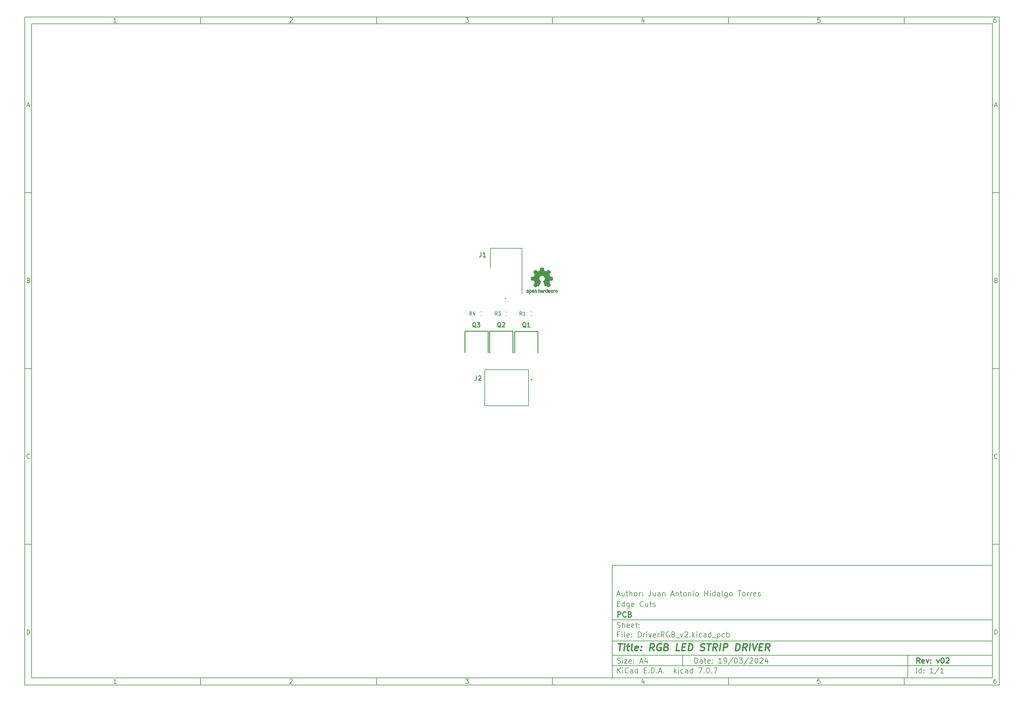
<source format=gto>
%TF.GenerationSoftware,KiCad,Pcbnew,7.0.7*%
%TF.CreationDate,2024-06-25T18:17:05+02:00*%
%TF.ProjectId,DriverRGB_v2,44726976-6572-4524-9742-5f76322e6b69,v02*%
%TF.SameCoordinates,Original*%
%TF.FileFunction,Legend,Top*%
%TF.FilePolarity,Positive*%
%FSLAX46Y46*%
G04 Gerber Fmt 4.6, Leading zero omitted, Abs format (unit mm)*
G04 Created by KiCad (PCBNEW 7.0.7) date 2024-06-25 18:17:05*
%MOMM*%
%LPD*%
G01*
G04 APERTURE LIST*
%ADD10C,0.100000*%
%ADD11C,0.150000*%
%ADD12C,0.300000*%
%ADD13C,0.400000*%
%ADD14C,0.254000*%
%ADD15C,0.200000*%
%ADD16C,0.010000*%
%ADD17C,0.120000*%
%ADD18C,0.127000*%
G04 APERTURE END LIST*
D10*
D11*
X177002200Y-166007200D02*
X285002200Y-166007200D01*
X285002200Y-198007200D01*
X177002200Y-198007200D01*
X177002200Y-166007200D01*
D10*
D11*
X10000000Y-10000000D02*
X287002200Y-10000000D01*
X287002200Y-200007200D01*
X10000000Y-200007200D01*
X10000000Y-10000000D01*
D10*
D11*
X12000000Y-12000000D02*
X285002200Y-12000000D01*
X285002200Y-198007200D01*
X12000000Y-198007200D01*
X12000000Y-12000000D01*
D10*
D11*
X60000000Y-12000000D02*
X60000000Y-10000000D01*
D10*
D11*
X110000000Y-12000000D02*
X110000000Y-10000000D01*
D10*
D11*
X160000000Y-12000000D02*
X160000000Y-10000000D01*
D10*
D11*
X210000000Y-12000000D02*
X210000000Y-10000000D01*
D10*
D11*
X260000000Y-12000000D02*
X260000000Y-10000000D01*
D10*
D11*
X36089160Y-11593604D02*
X35346303Y-11593604D01*
X35717731Y-11593604D02*
X35717731Y-10293604D01*
X35717731Y-10293604D02*
X35593922Y-10479319D01*
X35593922Y-10479319D02*
X35470112Y-10603128D01*
X35470112Y-10603128D02*
X35346303Y-10665033D01*
D10*
D11*
X85346303Y-10417414D02*
X85408207Y-10355509D01*
X85408207Y-10355509D02*
X85532017Y-10293604D01*
X85532017Y-10293604D02*
X85841541Y-10293604D01*
X85841541Y-10293604D02*
X85965350Y-10355509D01*
X85965350Y-10355509D02*
X86027255Y-10417414D01*
X86027255Y-10417414D02*
X86089160Y-10541223D01*
X86089160Y-10541223D02*
X86089160Y-10665033D01*
X86089160Y-10665033D02*
X86027255Y-10850747D01*
X86027255Y-10850747D02*
X85284398Y-11593604D01*
X85284398Y-11593604D02*
X86089160Y-11593604D01*
D10*
D11*
X135284398Y-10293604D02*
X136089160Y-10293604D01*
X136089160Y-10293604D02*
X135655826Y-10788842D01*
X135655826Y-10788842D02*
X135841541Y-10788842D01*
X135841541Y-10788842D02*
X135965350Y-10850747D01*
X135965350Y-10850747D02*
X136027255Y-10912652D01*
X136027255Y-10912652D02*
X136089160Y-11036461D01*
X136089160Y-11036461D02*
X136089160Y-11345985D01*
X136089160Y-11345985D02*
X136027255Y-11469795D01*
X136027255Y-11469795D02*
X135965350Y-11531700D01*
X135965350Y-11531700D02*
X135841541Y-11593604D01*
X135841541Y-11593604D02*
X135470112Y-11593604D01*
X135470112Y-11593604D02*
X135346303Y-11531700D01*
X135346303Y-11531700D02*
X135284398Y-11469795D01*
D10*
D11*
X185965350Y-10726938D02*
X185965350Y-11593604D01*
X185655826Y-10231700D02*
X185346303Y-11160271D01*
X185346303Y-11160271D02*
X186151064Y-11160271D01*
D10*
D11*
X236027255Y-10293604D02*
X235408207Y-10293604D01*
X235408207Y-10293604D02*
X235346303Y-10912652D01*
X235346303Y-10912652D02*
X235408207Y-10850747D01*
X235408207Y-10850747D02*
X235532017Y-10788842D01*
X235532017Y-10788842D02*
X235841541Y-10788842D01*
X235841541Y-10788842D02*
X235965350Y-10850747D01*
X235965350Y-10850747D02*
X236027255Y-10912652D01*
X236027255Y-10912652D02*
X236089160Y-11036461D01*
X236089160Y-11036461D02*
X236089160Y-11345985D01*
X236089160Y-11345985D02*
X236027255Y-11469795D01*
X236027255Y-11469795D02*
X235965350Y-11531700D01*
X235965350Y-11531700D02*
X235841541Y-11593604D01*
X235841541Y-11593604D02*
X235532017Y-11593604D01*
X235532017Y-11593604D02*
X235408207Y-11531700D01*
X235408207Y-11531700D02*
X235346303Y-11469795D01*
D10*
D11*
X285965350Y-10293604D02*
X285717731Y-10293604D01*
X285717731Y-10293604D02*
X285593922Y-10355509D01*
X285593922Y-10355509D02*
X285532017Y-10417414D01*
X285532017Y-10417414D02*
X285408207Y-10603128D01*
X285408207Y-10603128D02*
X285346303Y-10850747D01*
X285346303Y-10850747D02*
X285346303Y-11345985D01*
X285346303Y-11345985D02*
X285408207Y-11469795D01*
X285408207Y-11469795D02*
X285470112Y-11531700D01*
X285470112Y-11531700D02*
X285593922Y-11593604D01*
X285593922Y-11593604D02*
X285841541Y-11593604D01*
X285841541Y-11593604D02*
X285965350Y-11531700D01*
X285965350Y-11531700D02*
X286027255Y-11469795D01*
X286027255Y-11469795D02*
X286089160Y-11345985D01*
X286089160Y-11345985D02*
X286089160Y-11036461D01*
X286089160Y-11036461D02*
X286027255Y-10912652D01*
X286027255Y-10912652D02*
X285965350Y-10850747D01*
X285965350Y-10850747D02*
X285841541Y-10788842D01*
X285841541Y-10788842D02*
X285593922Y-10788842D01*
X285593922Y-10788842D02*
X285470112Y-10850747D01*
X285470112Y-10850747D02*
X285408207Y-10912652D01*
X285408207Y-10912652D02*
X285346303Y-11036461D01*
D10*
D11*
X60000000Y-198007200D02*
X60000000Y-200007200D01*
D10*
D11*
X110000000Y-198007200D02*
X110000000Y-200007200D01*
D10*
D11*
X160000000Y-198007200D02*
X160000000Y-200007200D01*
D10*
D11*
X210000000Y-198007200D02*
X210000000Y-200007200D01*
D10*
D11*
X260000000Y-198007200D02*
X260000000Y-200007200D01*
D10*
D11*
X36089160Y-199600804D02*
X35346303Y-199600804D01*
X35717731Y-199600804D02*
X35717731Y-198300804D01*
X35717731Y-198300804D02*
X35593922Y-198486519D01*
X35593922Y-198486519D02*
X35470112Y-198610328D01*
X35470112Y-198610328D02*
X35346303Y-198672233D01*
D10*
D11*
X85346303Y-198424614D02*
X85408207Y-198362709D01*
X85408207Y-198362709D02*
X85532017Y-198300804D01*
X85532017Y-198300804D02*
X85841541Y-198300804D01*
X85841541Y-198300804D02*
X85965350Y-198362709D01*
X85965350Y-198362709D02*
X86027255Y-198424614D01*
X86027255Y-198424614D02*
X86089160Y-198548423D01*
X86089160Y-198548423D02*
X86089160Y-198672233D01*
X86089160Y-198672233D02*
X86027255Y-198857947D01*
X86027255Y-198857947D02*
X85284398Y-199600804D01*
X85284398Y-199600804D02*
X86089160Y-199600804D01*
D10*
D11*
X135284398Y-198300804D02*
X136089160Y-198300804D01*
X136089160Y-198300804D02*
X135655826Y-198796042D01*
X135655826Y-198796042D02*
X135841541Y-198796042D01*
X135841541Y-198796042D02*
X135965350Y-198857947D01*
X135965350Y-198857947D02*
X136027255Y-198919852D01*
X136027255Y-198919852D02*
X136089160Y-199043661D01*
X136089160Y-199043661D02*
X136089160Y-199353185D01*
X136089160Y-199353185D02*
X136027255Y-199476995D01*
X136027255Y-199476995D02*
X135965350Y-199538900D01*
X135965350Y-199538900D02*
X135841541Y-199600804D01*
X135841541Y-199600804D02*
X135470112Y-199600804D01*
X135470112Y-199600804D02*
X135346303Y-199538900D01*
X135346303Y-199538900D02*
X135284398Y-199476995D01*
D10*
D11*
X185965350Y-198734138D02*
X185965350Y-199600804D01*
X185655826Y-198238900D02*
X185346303Y-199167471D01*
X185346303Y-199167471D02*
X186151064Y-199167471D01*
D10*
D11*
X236027255Y-198300804D02*
X235408207Y-198300804D01*
X235408207Y-198300804D02*
X235346303Y-198919852D01*
X235346303Y-198919852D02*
X235408207Y-198857947D01*
X235408207Y-198857947D02*
X235532017Y-198796042D01*
X235532017Y-198796042D02*
X235841541Y-198796042D01*
X235841541Y-198796042D02*
X235965350Y-198857947D01*
X235965350Y-198857947D02*
X236027255Y-198919852D01*
X236027255Y-198919852D02*
X236089160Y-199043661D01*
X236089160Y-199043661D02*
X236089160Y-199353185D01*
X236089160Y-199353185D02*
X236027255Y-199476995D01*
X236027255Y-199476995D02*
X235965350Y-199538900D01*
X235965350Y-199538900D02*
X235841541Y-199600804D01*
X235841541Y-199600804D02*
X235532017Y-199600804D01*
X235532017Y-199600804D02*
X235408207Y-199538900D01*
X235408207Y-199538900D02*
X235346303Y-199476995D01*
D10*
D11*
X285965350Y-198300804D02*
X285717731Y-198300804D01*
X285717731Y-198300804D02*
X285593922Y-198362709D01*
X285593922Y-198362709D02*
X285532017Y-198424614D01*
X285532017Y-198424614D02*
X285408207Y-198610328D01*
X285408207Y-198610328D02*
X285346303Y-198857947D01*
X285346303Y-198857947D02*
X285346303Y-199353185D01*
X285346303Y-199353185D02*
X285408207Y-199476995D01*
X285408207Y-199476995D02*
X285470112Y-199538900D01*
X285470112Y-199538900D02*
X285593922Y-199600804D01*
X285593922Y-199600804D02*
X285841541Y-199600804D01*
X285841541Y-199600804D02*
X285965350Y-199538900D01*
X285965350Y-199538900D02*
X286027255Y-199476995D01*
X286027255Y-199476995D02*
X286089160Y-199353185D01*
X286089160Y-199353185D02*
X286089160Y-199043661D01*
X286089160Y-199043661D02*
X286027255Y-198919852D01*
X286027255Y-198919852D02*
X285965350Y-198857947D01*
X285965350Y-198857947D02*
X285841541Y-198796042D01*
X285841541Y-198796042D02*
X285593922Y-198796042D01*
X285593922Y-198796042D02*
X285470112Y-198857947D01*
X285470112Y-198857947D02*
X285408207Y-198919852D01*
X285408207Y-198919852D02*
X285346303Y-199043661D01*
D10*
D11*
X10000000Y-60000000D02*
X12000000Y-60000000D01*
D10*
D11*
X10000000Y-110000000D02*
X12000000Y-110000000D01*
D10*
D11*
X10000000Y-160000000D02*
X12000000Y-160000000D01*
D10*
D11*
X10690476Y-35222176D02*
X11309523Y-35222176D01*
X10566666Y-35593604D02*
X10999999Y-34293604D01*
X10999999Y-34293604D02*
X11433333Y-35593604D01*
D10*
D11*
X11092857Y-84912652D02*
X11278571Y-84974557D01*
X11278571Y-84974557D02*
X11340476Y-85036461D01*
X11340476Y-85036461D02*
X11402380Y-85160271D01*
X11402380Y-85160271D02*
X11402380Y-85345985D01*
X11402380Y-85345985D02*
X11340476Y-85469795D01*
X11340476Y-85469795D02*
X11278571Y-85531700D01*
X11278571Y-85531700D02*
X11154761Y-85593604D01*
X11154761Y-85593604D02*
X10659523Y-85593604D01*
X10659523Y-85593604D02*
X10659523Y-84293604D01*
X10659523Y-84293604D02*
X11092857Y-84293604D01*
X11092857Y-84293604D02*
X11216666Y-84355509D01*
X11216666Y-84355509D02*
X11278571Y-84417414D01*
X11278571Y-84417414D02*
X11340476Y-84541223D01*
X11340476Y-84541223D02*
X11340476Y-84665033D01*
X11340476Y-84665033D02*
X11278571Y-84788842D01*
X11278571Y-84788842D02*
X11216666Y-84850747D01*
X11216666Y-84850747D02*
X11092857Y-84912652D01*
X11092857Y-84912652D02*
X10659523Y-84912652D01*
D10*
D11*
X11402380Y-135469795D02*
X11340476Y-135531700D01*
X11340476Y-135531700D02*
X11154761Y-135593604D01*
X11154761Y-135593604D02*
X11030952Y-135593604D01*
X11030952Y-135593604D02*
X10845238Y-135531700D01*
X10845238Y-135531700D02*
X10721428Y-135407890D01*
X10721428Y-135407890D02*
X10659523Y-135284080D01*
X10659523Y-135284080D02*
X10597619Y-135036461D01*
X10597619Y-135036461D02*
X10597619Y-134850747D01*
X10597619Y-134850747D02*
X10659523Y-134603128D01*
X10659523Y-134603128D02*
X10721428Y-134479319D01*
X10721428Y-134479319D02*
X10845238Y-134355509D01*
X10845238Y-134355509D02*
X11030952Y-134293604D01*
X11030952Y-134293604D02*
X11154761Y-134293604D01*
X11154761Y-134293604D02*
X11340476Y-134355509D01*
X11340476Y-134355509D02*
X11402380Y-134417414D01*
D10*
D11*
X10659523Y-185593604D02*
X10659523Y-184293604D01*
X10659523Y-184293604D02*
X10969047Y-184293604D01*
X10969047Y-184293604D02*
X11154761Y-184355509D01*
X11154761Y-184355509D02*
X11278571Y-184479319D01*
X11278571Y-184479319D02*
X11340476Y-184603128D01*
X11340476Y-184603128D02*
X11402380Y-184850747D01*
X11402380Y-184850747D02*
X11402380Y-185036461D01*
X11402380Y-185036461D02*
X11340476Y-185284080D01*
X11340476Y-185284080D02*
X11278571Y-185407890D01*
X11278571Y-185407890D02*
X11154761Y-185531700D01*
X11154761Y-185531700D02*
X10969047Y-185593604D01*
X10969047Y-185593604D02*
X10659523Y-185593604D01*
D10*
D11*
X287002200Y-60000000D02*
X285002200Y-60000000D01*
D10*
D11*
X287002200Y-110000000D02*
X285002200Y-110000000D01*
D10*
D11*
X287002200Y-160000000D02*
X285002200Y-160000000D01*
D10*
D11*
X285692676Y-35222176D02*
X286311723Y-35222176D01*
X285568866Y-35593604D02*
X286002199Y-34293604D01*
X286002199Y-34293604D02*
X286435533Y-35593604D01*
D10*
D11*
X286095057Y-84912652D02*
X286280771Y-84974557D01*
X286280771Y-84974557D02*
X286342676Y-85036461D01*
X286342676Y-85036461D02*
X286404580Y-85160271D01*
X286404580Y-85160271D02*
X286404580Y-85345985D01*
X286404580Y-85345985D02*
X286342676Y-85469795D01*
X286342676Y-85469795D02*
X286280771Y-85531700D01*
X286280771Y-85531700D02*
X286156961Y-85593604D01*
X286156961Y-85593604D02*
X285661723Y-85593604D01*
X285661723Y-85593604D02*
X285661723Y-84293604D01*
X285661723Y-84293604D02*
X286095057Y-84293604D01*
X286095057Y-84293604D02*
X286218866Y-84355509D01*
X286218866Y-84355509D02*
X286280771Y-84417414D01*
X286280771Y-84417414D02*
X286342676Y-84541223D01*
X286342676Y-84541223D02*
X286342676Y-84665033D01*
X286342676Y-84665033D02*
X286280771Y-84788842D01*
X286280771Y-84788842D02*
X286218866Y-84850747D01*
X286218866Y-84850747D02*
X286095057Y-84912652D01*
X286095057Y-84912652D02*
X285661723Y-84912652D01*
D10*
D11*
X286404580Y-135469795D02*
X286342676Y-135531700D01*
X286342676Y-135531700D02*
X286156961Y-135593604D01*
X286156961Y-135593604D02*
X286033152Y-135593604D01*
X286033152Y-135593604D02*
X285847438Y-135531700D01*
X285847438Y-135531700D02*
X285723628Y-135407890D01*
X285723628Y-135407890D02*
X285661723Y-135284080D01*
X285661723Y-135284080D02*
X285599819Y-135036461D01*
X285599819Y-135036461D02*
X285599819Y-134850747D01*
X285599819Y-134850747D02*
X285661723Y-134603128D01*
X285661723Y-134603128D02*
X285723628Y-134479319D01*
X285723628Y-134479319D02*
X285847438Y-134355509D01*
X285847438Y-134355509D02*
X286033152Y-134293604D01*
X286033152Y-134293604D02*
X286156961Y-134293604D01*
X286156961Y-134293604D02*
X286342676Y-134355509D01*
X286342676Y-134355509D02*
X286404580Y-134417414D01*
D10*
D11*
X285661723Y-185593604D02*
X285661723Y-184293604D01*
X285661723Y-184293604D02*
X285971247Y-184293604D01*
X285971247Y-184293604D02*
X286156961Y-184355509D01*
X286156961Y-184355509D02*
X286280771Y-184479319D01*
X286280771Y-184479319D02*
X286342676Y-184603128D01*
X286342676Y-184603128D02*
X286404580Y-184850747D01*
X286404580Y-184850747D02*
X286404580Y-185036461D01*
X286404580Y-185036461D02*
X286342676Y-185284080D01*
X286342676Y-185284080D02*
X286280771Y-185407890D01*
X286280771Y-185407890D02*
X286156961Y-185531700D01*
X286156961Y-185531700D02*
X285971247Y-185593604D01*
X285971247Y-185593604D02*
X285661723Y-185593604D01*
D10*
D11*
X200458026Y-193793328D02*
X200458026Y-192293328D01*
X200458026Y-192293328D02*
X200815169Y-192293328D01*
X200815169Y-192293328D02*
X201029455Y-192364757D01*
X201029455Y-192364757D02*
X201172312Y-192507614D01*
X201172312Y-192507614D02*
X201243741Y-192650471D01*
X201243741Y-192650471D02*
X201315169Y-192936185D01*
X201315169Y-192936185D02*
X201315169Y-193150471D01*
X201315169Y-193150471D02*
X201243741Y-193436185D01*
X201243741Y-193436185D02*
X201172312Y-193579042D01*
X201172312Y-193579042D02*
X201029455Y-193721900D01*
X201029455Y-193721900D02*
X200815169Y-193793328D01*
X200815169Y-193793328D02*
X200458026Y-193793328D01*
X202600884Y-193793328D02*
X202600884Y-193007614D01*
X202600884Y-193007614D02*
X202529455Y-192864757D01*
X202529455Y-192864757D02*
X202386598Y-192793328D01*
X202386598Y-192793328D02*
X202100884Y-192793328D01*
X202100884Y-192793328D02*
X201958026Y-192864757D01*
X202600884Y-193721900D02*
X202458026Y-193793328D01*
X202458026Y-193793328D02*
X202100884Y-193793328D01*
X202100884Y-193793328D02*
X201958026Y-193721900D01*
X201958026Y-193721900D02*
X201886598Y-193579042D01*
X201886598Y-193579042D02*
X201886598Y-193436185D01*
X201886598Y-193436185D02*
X201958026Y-193293328D01*
X201958026Y-193293328D02*
X202100884Y-193221900D01*
X202100884Y-193221900D02*
X202458026Y-193221900D01*
X202458026Y-193221900D02*
X202600884Y-193150471D01*
X203100884Y-192793328D02*
X203672312Y-192793328D01*
X203315169Y-192293328D02*
X203315169Y-193579042D01*
X203315169Y-193579042D02*
X203386598Y-193721900D01*
X203386598Y-193721900D02*
X203529455Y-193793328D01*
X203529455Y-193793328D02*
X203672312Y-193793328D01*
X204743741Y-193721900D02*
X204600884Y-193793328D01*
X204600884Y-193793328D02*
X204315170Y-193793328D01*
X204315170Y-193793328D02*
X204172312Y-193721900D01*
X204172312Y-193721900D02*
X204100884Y-193579042D01*
X204100884Y-193579042D02*
X204100884Y-193007614D01*
X204100884Y-193007614D02*
X204172312Y-192864757D01*
X204172312Y-192864757D02*
X204315170Y-192793328D01*
X204315170Y-192793328D02*
X204600884Y-192793328D01*
X204600884Y-192793328D02*
X204743741Y-192864757D01*
X204743741Y-192864757D02*
X204815170Y-193007614D01*
X204815170Y-193007614D02*
X204815170Y-193150471D01*
X204815170Y-193150471D02*
X204100884Y-193293328D01*
X205458026Y-193650471D02*
X205529455Y-193721900D01*
X205529455Y-193721900D02*
X205458026Y-193793328D01*
X205458026Y-193793328D02*
X205386598Y-193721900D01*
X205386598Y-193721900D02*
X205458026Y-193650471D01*
X205458026Y-193650471D02*
X205458026Y-193793328D01*
X205458026Y-192864757D02*
X205529455Y-192936185D01*
X205529455Y-192936185D02*
X205458026Y-193007614D01*
X205458026Y-193007614D02*
X205386598Y-192936185D01*
X205386598Y-192936185D02*
X205458026Y-192864757D01*
X205458026Y-192864757D02*
X205458026Y-193007614D01*
X208100884Y-193793328D02*
X207243741Y-193793328D01*
X207672312Y-193793328D02*
X207672312Y-192293328D01*
X207672312Y-192293328D02*
X207529455Y-192507614D01*
X207529455Y-192507614D02*
X207386598Y-192650471D01*
X207386598Y-192650471D02*
X207243741Y-192721900D01*
X208815169Y-193793328D02*
X209100883Y-193793328D01*
X209100883Y-193793328D02*
X209243740Y-193721900D01*
X209243740Y-193721900D02*
X209315169Y-193650471D01*
X209315169Y-193650471D02*
X209458026Y-193436185D01*
X209458026Y-193436185D02*
X209529455Y-193150471D01*
X209529455Y-193150471D02*
X209529455Y-192579042D01*
X209529455Y-192579042D02*
X209458026Y-192436185D01*
X209458026Y-192436185D02*
X209386598Y-192364757D01*
X209386598Y-192364757D02*
X209243740Y-192293328D01*
X209243740Y-192293328D02*
X208958026Y-192293328D01*
X208958026Y-192293328D02*
X208815169Y-192364757D01*
X208815169Y-192364757D02*
X208743740Y-192436185D01*
X208743740Y-192436185D02*
X208672312Y-192579042D01*
X208672312Y-192579042D02*
X208672312Y-192936185D01*
X208672312Y-192936185D02*
X208743740Y-193079042D01*
X208743740Y-193079042D02*
X208815169Y-193150471D01*
X208815169Y-193150471D02*
X208958026Y-193221900D01*
X208958026Y-193221900D02*
X209243740Y-193221900D01*
X209243740Y-193221900D02*
X209386598Y-193150471D01*
X209386598Y-193150471D02*
X209458026Y-193079042D01*
X209458026Y-193079042D02*
X209529455Y-192936185D01*
X211243740Y-192221900D02*
X209958026Y-194150471D01*
X212029455Y-192293328D02*
X212172312Y-192293328D01*
X212172312Y-192293328D02*
X212315169Y-192364757D01*
X212315169Y-192364757D02*
X212386598Y-192436185D01*
X212386598Y-192436185D02*
X212458026Y-192579042D01*
X212458026Y-192579042D02*
X212529455Y-192864757D01*
X212529455Y-192864757D02*
X212529455Y-193221900D01*
X212529455Y-193221900D02*
X212458026Y-193507614D01*
X212458026Y-193507614D02*
X212386598Y-193650471D01*
X212386598Y-193650471D02*
X212315169Y-193721900D01*
X212315169Y-193721900D02*
X212172312Y-193793328D01*
X212172312Y-193793328D02*
X212029455Y-193793328D01*
X212029455Y-193793328D02*
X211886598Y-193721900D01*
X211886598Y-193721900D02*
X211815169Y-193650471D01*
X211815169Y-193650471D02*
X211743740Y-193507614D01*
X211743740Y-193507614D02*
X211672312Y-193221900D01*
X211672312Y-193221900D02*
X211672312Y-192864757D01*
X211672312Y-192864757D02*
X211743740Y-192579042D01*
X211743740Y-192579042D02*
X211815169Y-192436185D01*
X211815169Y-192436185D02*
X211886598Y-192364757D01*
X211886598Y-192364757D02*
X212029455Y-192293328D01*
X213029454Y-192293328D02*
X213958026Y-192293328D01*
X213958026Y-192293328D02*
X213458026Y-192864757D01*
X213458026Y-192864757D02*
X213672311Y-192864757D01*
X213672311Y-192864757D02*
X213815169Y-192936185D01*
X213815169Y-192936185D02*
X213886597Y-193007614D01*
X213886597Y-193007614D02*
X213958026Y-193150471D01*
X213958026Y-193150471D02*
X213958026Y-193507614D01*
X213958026Y-193507614D02*
X213886597Y-193650471D01*
X213886597Y-193650471D02*
X213815169Y-193721900D01*
X213815169Y-193721900D02*
X213672311Y-193793328D01*
X213672311Y-193793328D02*
X213243740Y-193793328D01*
X213243740Y-193793328D02*
X213100883Y-193721900D01*
X213100883Y-193721900D02*
X213029454Y-193650471D01*
X215672311Y-192221900D02*
X214386597Y-194150471D01*
X216100883Y-192436185D02*
X216172311Y-192364757D01*
X216172311Y-192364757D02*
X216315169Y-192293328D01*
X216315169Y-192293328D02*
X216672311Y-192293328D01*
X216672311Y-192293328D02*
X216815169Y-192364757D01*
X216815169Y-192364757D02*
X216886597Y-192436185D01*
X216886597Y-192436185D02*
X216958026Y-192579042D01*
X216958026Y-192579042D02*
X216958026Y-192721900D01*
X216958026Y-192721900D02*
X216886597Y-192936185D01*
X216886597Y-192936185D02*
X216029454Y-193793328D01*
X216029454Y-193793328D02*
X216958026Y-193793328D01*
X217886597Y-192293328D02*
X218029454Y-192293328D01*
X218029454Y-192293328D02*
X218172311Y-192364757D01*
X218172311Y-192364757D02*
X218243740Y-192436185D01*
X218243740Y-192436185D02*
X218315168Y-192579042D01*
X218315168Y-192579042D02*
X218386597Y-192864757D01*
X218386597Y-192864757D02*
X218386597Y-193221900D01*
X218386597Y-193221900D02*
X218315168Y-193507614D01*
X218315168Y-193507614D02*
X218243740Y-193650471D01*
X218243740Y-193650471D02*
X218172311Y-193721900D01*
X218172311Y-193721900D02*
X218029454Y-193793328D01*
X218029454Y-193793328D02*
X217886597Y-193793328D01*
X217886597Y-193793328D02*
X217743740Y-193721900D01*
X217743740Y-193721900D02*
X217672311Y-193650471D01*
X217672311Y-193650471D02*
X217600882Y-193507614D01*
X217600882Y-193507614D02*
X217529454Y-193221900D01*
X217529454Y-193221900D02*
X217529454Y-192864757D01*
X217529454Y-192864757D02*
X217600882Y-192579042D01*
X217600882Y-192579042D02*
X217672311Y-192436185D01*
X217672311Y-192436185D02*
X217743740Y-192364757D01*
X217743740Y-192364757D02*
X217886597Y-192293328D01*
X218958025Y-192436185D02*
X219029453Y-192364757D01*
X219029453Y-192364757D02*
X219172311Y-192293328D01*
X219172311Y-192293328D02*
X219529453Y-192293328D01*
X219529453Y-192293328D02*
X219672311Y-192364757D01*
X219672311Y-192364757D02*
X219743739Y-192436185D01*
X219743739Y-192436185D02*
X219815168Y-192579042D01*
X219815168Y-192579042D02*
X219815168Y-192721900D01*
X219815168Y-192721900D02*
X219743739Y-192936185D01*
X219743739Y-192936185D02*
X218886596Y-193793328D01*
X218886596Y-193793328D02*
X219815168Y-193793328D01*
X221100882Y-192793328D02*
X221100882Y-193793328D01*
X220743739Y-192221900D02*
X220386596Y-193293328D01*
X220386596Y-193293328D02*
X221315167Y-193293328D01*
D10*
D11*
X177002200Y-194507200D02*
X285002200Y-194507200D01*
D10*
D11*
X178458026Y-196593328D02*
X178458026Y-195093328D01*
X179315169Y-196593328D02*
X178672312Y-195736185D01*
X179315169Y-195093328D02*
X178458026Y-195950471D01*
X179958026Y-196593328D02*
X179958026Y-195593328D01*
X179958026Y-195093328D02*
X179886598Y-195164757D01*
X179886598Y-195164757D02*
X179958026Y-195236185D01*
X179958026Y-195236185D02*
X180029455Y-195164757D01*
X180029455Y-195164757D02*
X179958026Y-195093328D01*
X179958026Y-195093328D02*
X179958026Y-195236185D01*
X181529455Y-196450471D02*
X181458027Y-196521900D01*
X181458027Y-196521900D02*
X181243741Y-196593328D01*
X181243741Y-196593328D02*
X181100884Y-196593328D01*
X181100884Y-196593328D02*
X180886598Y-196521900D01*
X180886598Y-196521900D02*
X180743741Y-196379042D01*
X180743741Y-196379042D02*
X180672312Y-196236185D01*
X180672312Y-196236185D02*
X180600884Y-195950471D01*
X180600884Y-195950471D02*
X180600884Y-195736185D01*
X180600884Y-195736185D02*
X180672312Y-195450471D01*
X180672312Y-195450471D02*
X180743741Y-195307614D01*
X180743741Y-195307614D02*
X180886598Y-195164757D01*
X180886598Y-195164757D02*
X181100884Y-195093328D01*
X181100884Y-195093328D02*
X181243741Y-195093328D01*
X181243741Y-195093328D02*
X181458027Y-195164757D01*
X181458027Y-195164757D02*
X181529455Y-195236185D01*
X182815170Y-196593328D02*
X182815170Y-195807614D01*
X182815170Y-195807614D02*
X182743741Y-195664757D01*
X182743741Y-195664757D02*
X182600884Y-195593328D01*
X182600884Y-195593328D02*
X182315170Y-195593328D01*
X182315170Y-195593328D02*
X182172312Y-195664757D01*
X182815170Y-196521900D02*
X182672312Y-196593328D01*
X182672312Y-196593328D02*
X182315170Y-196593328D01*
X182315170Y-196593328D02*
X182172312Y-196521900D01*
X182172312Y-196521900D02*
X182100884Y-196379042D01*
X182100884Y-196379042D02*
X182100884Y-196236185D01*
X182100884Y-196236185D02*
X182172312Y-196093328D01*
X182172312Y-196093328D02*
X182315170Y-196021900D01*
X182315170Y-196021900D02*
X182672312Y-196021900D01*
X182672312Y-196021900D02*
X182815170Y-195950471D01*
X184172313Y-196593328D02*
X184172313Y-195093328D01*
X184172313Y-196521900D02*
X184029455Y-196593328D01*
X184029455Y-196593328D02*
X183743741Y-196593328D01*
X183743741Y-196593328D02*
X183600884Y-196521900D01*
X183600884Y-196521900D02*
X183529455Y-196450471D01*
X183529455Y-196450471D02*
X183458027Y-196307614D01*
X183458027Y-196307614D02*
X183458027Y-195879042D01*
X183458027Y-195879042D02*
X183529455Y-195736185D01*
X183529455Y-195736185D02*
X183600884Y-195664757D01*
X183600884Y-195664757D02*
X183743741Y-195593328D01*
X183743741Y-195593328D02*
X184029455Y-195593328D01*
X184029455Y-195593328D02*
X184172313Y-195664757D01*
X186029455Y-195807614D02*
X186529455Y-195807614D01*
X186743741Y-196593328D02*
X186029455Y-196593328D01*
X186029455Y-196593328D02*
X186029455Y-195093328D01*
X186029455Y-195093328D02*
X186743741Y-195093328D01*
X187386598Y-196450471D02*
X187458027Y-196521900D01*
X187458027Y-196521900D02*
X187386598Y-196593328D01*
X187386598Y-196593328D02*
X187315170Y-196521900D01*
X187315170Y-196521900D02*
X187386598Y-196450471D01*
X187386598Y-196450471D02*
X187386598Y-196593328D01*
X188100884Y-196593328D02*
X188100884Y-195093328D01*
X188100884Y-195093328D02*
X188458027Y-195093328D01*
X188458027Y-195093328D02*
X188672313Y-195164757D01*
X188672313Y-195164757D02*
X188815170Y-195307614D01*
X188815170Y-195307614D02*
X188886599Y-195450471D01*
X188886599Y-195450471D02*
X188958027Y-195736185D01*
X188958027Y-195736185D02*
X188958027Y-195950471D01*
X188958027Y-195950471D02*
X188886599Y-196236185D01*
X188886599Y-196236185D02*
X188815170Y-196379042D01*
X188815170Y-196379042D02*
X188672313Y-196521900D01*
X188672313Y-196521900D02*
X188458027Y-196593328D01*
X188458027Y-196593328D02*
X188100884Y-196593328D01*
X189600884Y-196450471D02*
X189672313Y-196521900D01*
X189672313Y-196521900D02*
X189600884Y-196593328D01*
X189600884Y-196593328D02*
X189529456Y-196521900D01*
X189529456Y-196521900D02*
X189600884Y-196450471D01*
X189600884Y-196450471D02*
X189600884Y-196593328D01*
X190243742Y-196164757D02*
X190958028Y-196164757D01*
X190100885Y-196593328D02*
X190600885Y-195093328D01*
X190600885Y-195093328D02*
X191100885Y-196593328D01*
X191600884Y-196450471D02*
X191672313Y-196521900D01*
X191672313Y-196521900D02*
X191600884Y-196593328D01*
X191600884Y-196593328D02*
X191529456Y-196521900D01*
X191529456Y-196521900D02*
X191600884Y-196450471D01*
X191600884Y-196450471D02*
X191600884Y-196593328D01*
X194600884Y-196593328D02*
X194600884Y-195093328D01*
X194743742Y-196021900D02*
X195172313Y-196593328D01*
X195172313Y-195593328D02*
X194600884Y-196164757D01*
X195815170Y-196593328D02*
X195815170Y-195593328D01*
X195815170Y-195093328D02*
X195743742Y-195164757D01*
X195743742Y-195164757D02*
X195815170Y-195236185D01*
X195815170Y-195236185D02*
X195886599Y-195164757D01*
X195886599Y-195164757D02*
X195815170Y-195093328D01*
X195815170Y-195093328D02*
X195815170Y-195236185D01*
X197172314Y-196521900D02*
X197029456Y-196593328D01*
X197029456Y-196593328D02*
X196743742Y-196593328D01*
X196743742Y-196593328D02*
X196600885Y-196521900D01*
X196600885Y-196521900D02*
X196529456Y-196450471D01*
X196529456Y-196450471D02*
X196458028Y-196307614D01*
X196458028Y-196307614D02*
X196458028Y-195879042D01*
X196458028Y-195879042D02*
X196529456Y-195736185D01*
X196529456Y-195736185D02*
X196600885Y-195664757D01*
X196600885Y-195664757D02*
X196743742Y-195593328D01*
X196743742Y-195593328D02*
X197029456Y-195593328D01*
X197029456Y-195593328D02*
X197172314Y-195664757D01*
X198458028Y-196593328D02*
X198458028Y-195807614D01*
X198458028Y-195807614D02*
X198386599Y-195664757D01*
X198386599Y-195664757D02*
X198243742Y-195593328D01*
X198243742Y-195593328D02*
X197958028Y-195593328D01*
X197958028Y-195593328D02*
X197815170Y-195664757D01*
X198458028Y-196521900D02*
X198315170Y-196593328D01*
X198315170Y-196593328D02*
X197958028Y-196593328D01*
X197958028Y-196593328D02*
X197815170Y-196521900D01*
X197815170Y-196521900D02*
X197743742Y-196379042D01*
X197743742Y-196379042D02*
X197743742Y-196236185D01*
X197743742Y-196236185D02*
X197815170Y-196093328D01*
X197815170Y-196093328D02*
X197958028Y-196021900D01*
X197958028Y-196021900D02*
X198315170Y-196021900D01*
X198315170Y-196021900D02*
X198458028Y-195950471D01*
X199815171Y-196593328D02*
X199815171Y-195093328D01*
X199815171Y-196521900D02*
X199672313Y-196593328D01*
X199672313Y-196593328D02*
X199386599Y-196593328D01*
X199386599Y-196593328D02*
X199243742Y-196521900D01*
X199243742Y-196521900D02*
X199172313Y-196450471D01*
X199172313Y-196450471D02*
X199100885Y-196307614D01*
X199100885Y-196307614D02*
X199100885Y-195879042D01*
X199100885Y-195879042D02*
X199172313Y-195736185D01*
X199172313Y-195736185D02*
X199243742Y-195664757D01*
X199243742Y-195664757D02*
X199386599Y-195593328D01*
X199386599Y-195593328D02*
X199672313Y-195593328D01*
X199672313Y-195593328D02*
X199815171Y-195664757D01*
X201529456Y-195093328D02*
X202529456Y-195093328D01*
X202529456Y-195093328D02*
X201886599Y-196593328D01*
X203100884Y-196450471D02*
X203172313Y-196521900D01*
X203172313Y-196521900D02*
X203100884Y-196593328D01*
X203100884Y-196593328D02*
X203029456Y-196521900D01*
X203029456Y-196521900D02*
X203100884Y-196450471D01*
X203100884Y-196450471D02*
X203100884Y-196593328D01*
X204100885Y-195093328D02*
X204243742Y-195093328D01*
X204243742Y-195093328D02*
X204386599Y-195164757D01*
X204386599Y-195164757D02*
X204458028Y-195236185D01*
X204458028Y-195236185D02*
X204529456Y-195379042D01*
X204529456Y-195379042D02*
X204600885Y-195664757D01*
X204600885Y-195664757D02*
X204600885Y-196021900D01*
X204600885Y-196021900D02*
X204529456Y-196307614D01*
X204529456Y-196307614D02*
X204458028Y-196450471D01*
X204458028Y-196450471D02*
X204386599Y-196521900D01*
X204386599Y-196521900D02*
X204243742Y-196593328D01*
X204243742Y-196593328D02*
X204100885Y-196593328D01*
X204100885Y-196593328D02*
X203958028Y-196521900D01*
X203958028Y-196521900D02*
X203886599Y-196450471D01*
X203886599Y-196450471D02*
X203815170Y-196307614D01*
X203815170Y-196307614D02*
X203743742Y-196021900D01*
X203743742Y-196021900D02*
X203743742Y-195664757D01*
X203743742Y-195664757D02*
X203815170Y-195379042D01*
X203815170Y-195379042D02*
X203886599Y-195236185D01*
X203886599Y-195236185D02*
X203958028Y-195164757D01*
X203958028Y-195164757D02*
X204100885Y-195093328D01*
X205243741Y-196450471D02*
X205315170Y-196521900D01*
X205315170Y-196521900D02*
X205243741Y-196593328D01*
X205243741Y-196593328D02*
X205172313Y-196521900D01*
X205172313Y-196521900D02*
X205243741Y-196450471D01*
X205243741Y-196450471D02*
X205243741Y-196593328D01*
X205815170Y-195093328D02*
X206815170Y-195093328D01*
X206815170Y-195093328D02*
X206172313Y-196593328D01*
D10*
D11*
X177002200Y-191507200D02*
X285002200Y-191507200D01*
D10*
D12*
X264413853Y-193785528D02*
X263913853Y-193071242D01*
X263556710Y-193785528D02*
X263556710Y-192285528D01*
X263556710Y-192285528D02*
X264128139Y-192285528D01*
X264128139Y-192285528D02*
X264270996Y-192356957D01*
X264270996Y-192356957D02*
X264342425Y-192428385D01*
X264342425Y-192428385D02*
X264413853Y-192571242D01*
X264413853Y-192571242D02*
X264413853Y-192785528D01*
X264413853Y-192785528D02*
X264342425Y-192928385D01*
X264342425Y-192928385D02*
X264270996Y-192999814D01*
X264270996Y-192999814D02*
X264128139Y-193071242D01*
X264128139Y-193071242D02*
X263556710Y-193071242D01*
X265628139Y-193714100D02*
X265485282Y-193785528D01*
X265485282Y-193785528D02*
X265199568Y-193785528D01*
X265199568Y-193785528D02*
X265056710Y-193714100D01*
X265056710Y-193714100D02*
X264985282Y-193571242D01*
X264985282Y-193571242D02*
X264985282Y-192999814D01*
X264985282Y-192999814D02*
X265056710Y-192856957D01*
X265056710Y-192856957D02*
X265199568Y-192785528D01*
X265199568Y-192785528D02*
X265485282Y-192785528D01*
X265485282Y-192785528D02*
X265628139Y-192856957D01*
X265628139Y-192856957D02*
X265699568Y-192999814D01*
X265699568Y-192999814D02*
X265699568Y-193142671D01*
X265699568Y-193142671D02*
X264985282Y-193285528D01*
X266199567Y-192785528D02*
X266556710Y-193785528D01*
X266556710Y-193785528D02*
X266913853Y-192785528D01*
X267485281Y-193642671D02*
X267556710Y-193714100D01*
X267556710Y-193714100D02*
X267485281Y-193785528D01*
X267485281Y-193785528D02*
X267413853Y-193714100D01*
X267413853Y-193714100D02*
X267485281Y-193642671D01*
X267485281Y-193642671D02*
X267485281Y-193785528D01*
X267485281Y-192856957D02*
X267556710Y-192928385D01*
X267556710Y-192928385D02*
X267485281Y-192999814D01*
X267485281Y-192999814D02*
X267413853Y-192928385D01*
X267413853Y-192928385D02*
X267485281Y-192856957D01*
X267485281Y-192856957D02*
X267485281Y-192999814D01*
X269199567Y-192785528D02*
X269556710Y-193785528D01*
X269556710Y-193785528D02*
X269913853Y-192785528D01*
X270770996Y-192285528D02*
X270913853Y-192285528D01*
X270913853Y-192285528D02*
X271056710Y-192356957D01*
X271056710Y-192356957D02*
X271128139Y-192428385D01*
X271128139Y-192428385D02*
X271199567Y-192571242D01*
X271199567Y-192571242D02*
X271270996Y-192856957D01*
X271270996Y-192856957D02*
X271270996Y-193214100D01*
X271270996Y-193214100D02*
X271199567Y-193499814D01*
X271199567Y-193499814D02*
X271128139Y-193642671D01*
X271128139Y-193642671D02*
X271056710Y-193714100D01*
X271056710Y-193714100D02*
X270913853Y-193785528D01*
X270913853Y-193785528D02*
X270770996Y-193785528D01*
X270770996Y-193785528D02*
X270628139Y-193714100D01*
X270628139Y-193714100D02*
X270556710Y-193642671D01*
X270556710Y-193642671D02*
X270485281Y-193499814D01*
X270485281Y-193499814D02*
X270413853Y-193214100D01*
X270413853Y-193214100D02*
X270413853Y-192856957D01*
X270413853Y-192856957D02*
X270485281Y-192571242D01*
X270485281Y-192571242D02*
X270556710Y-192428385D01*
X270556710Y-192428385D02*
X270628139Y-192356957D01*
X270628139Y-192356957D02*
X270770996Y-192285528D01*
X271842424Y-192428385D02*
X271913852Y-192356957D01*
X271913852Y-192356957D02*
X272056710Y-192285528D01*
X272056710Y-192285528D02*
X272413852Y-192285528D01*
X272413852Y-192285528D02*
X272556710Y-192356957D01*
X272556710Y-192356957D02*
X272628138Y-192428385D01*
X272628138Y-192428385D02*
X272699567Y-192571242D01*
X272699567Y-192571242D02*
X272699567Y-192714100D01*
X272699567Y-192714100D02*
X272628138Y-192928385D01*
X272628138Y-192928385D02*
X271770995Y-193785528D01*
X271770995Y-193785528D02*
X272699567Y-193785528D01*
D10*
D11*
X178386598Y-193721900D02*
X178600884Y-193793328D01*
X178600884Y-193793328D02*
X178958026Y-193793328D01*
X178958026Y-193793328D02*
X179100884Y-193721900D01*
X179100884Y-193721900D02*
X179172312Y-193650471D01*
X179172312Y-193650471D02*
X179243741Y-193507614D01*
X179243741Y-193507614D02*
X179243741Y-193364757D01*
X179243741Y-193364757D02*
X179172312Y-193221900D01*
X179172312Y-193221900D02*
X179100884Y-193150471D01*
X179100884Y-193150471D02*
X178958026Y-193079042D01*
X178958026Y-193079042D02*
X178672312Y-193007614D01*
X178672312Y-193007614D02*
X178529455Y-192936185D01*
X178529455Y-192936185D02*
X178458026Y-192864757D01*
X178458026Y-192864757D02*
X178386598Y-192721900D01*
X178386598Y-192721900D02*
X178386598Y-192579042D01*
X178386598Y-192579042D02*
X178458026Y-192436185D01*
X178458026Y-192436185D02*
X178529455Y-192364757D01*
X178529455Y-192364757D02*
X178672312Y-192293328D01*
X178672312Y-192293328D02*
X179029455Y-192293328D01*
X179029455Y-192293328D02*
X179243741Y-192364757D01*
X179886597Y-193793328D02*
X179886597Y-192793328D01*
X179886597Y-192293328D02*
X179815169Y-192364757D01*
X179815169Y-192364757D02*
X179886597Y-192436185D01*
X179886597Y-192436185D02*
X179958026Y-192364757D01*
X179958026Y-192364757D02*
X179886597Y-192293328D01*
X179886597Y-192293328D02*
X179886597Y-192436185D01*
X180458026Y-192793328D02*
X181243741Y-192793328D01*
X181243741Y-192793328D02*
X180458026Y-193793328D01*
X180458026Y-193793328D02*
X181243741Y-193793328D01*
X182386598Y-193721900D02*
X182243741Y-193793328D01*
X182243741Y-193793328D02*
X181958027Y-193793328D01*
X181958027Y-193793328D02*
X181815169Y-193721900D01*
X181815169Y-193721900D02*
X181743741Y-193579042D01*
X181743741Y-193579042D02*
X181743741Y-193007614D01*
X181743741Y-193007614D02*
X181815169Y-192864757D01*
X181815169Y-192864757D02*
X181958027Y-192793328D01*
X181958027Y-192793328D02*
X182243741Y-192793328D01*
X182243741Y-192793328D02*
X182386598Y-192864757D01*
X182386598Y-192864757D02*
X182458027Y-193007614D01*
X182458027Y-193007614D02*
X182458027Y-193150471D01*
X182458027Y-193150471D02*
X181743741Y-193293328D01*
X183100883Y-193650471D02*
X183172312Y-193721900D01*
X183172312Y-193721900D02*
X183100883Y-193793328D01*
X183100883Y-193793328D02*
X183029455Y-193721900D01*
X183029455Y-193721900D02*
X183100883Y-193650471D01*
X183100883Y-193650471D02*
X183100883Y-193793328D01*
X183100883Y-192864757D02*
X183172312Y-192936185D01*
X183172312Y-192936185D02*
X183100883Y-193007614D01*
X183100883Y-193007614D02*
X183029455Y-192936185D01*
X183029455Y-192936185D02*
X183100883Y-192864757D01*
X183100883Y-192864757D02*
X183100883Y-193007614D01*
X184886598Y-193364757D02*
X185600884Y-193364757D01*
X184743741Y-193793328D02*
X185243741Y-192293328D01*
X185243741Y-192293328D02*
X185743741Y-193793328D01*
X186886598Y-192793328D02*
X186886598Y-193793328D01*
X186529455Y-192221900D02*
X186172312Y-193293328D01*
X186172312Y-193293328D02*
X187100883Y-193293328D01*
D10*
D11*
X263458026Y-196593328D02*
X263458026Y-195093328D01*
X264815170Y-196593328D02*
X264815170Y-195093328D01*
X264815170Y-196521900D02*
X264672312Y-196593328D01*
X264672312Y-196593328D02*
X264386598Y-196593328D01*
X264386598Y-196593328D02*
X264243741Y-196521900D01*
X264243741Y-196521900D02*
X264172312Y-196450471D01*
X264172312Y-196450471D02*
X264100884Y-196307614D01*
X264100884Y-196307614D02*
X264100884Y-195879042D01*
X264100884Y-195879042D02*
X264172312Y-195736185D01*
X264172312Y-195736185D02*
X264243741Y-195664757D01*
X264243741Y-195664757D02*
X264386598Y-195593328D01*
X264386598Y-195593328D02*
X264672312Y-195593328D01*
X264672312Y-195593328D02*
X264815170Y-195664757D01*
X265529455Y-196450471D02*
X265600884Y-196521900D01*
X265600884Y-196521900D02*
X265529455Y-196593328D01*
X265529455Y-196593328D02*
X265458027Y-196521900D01*
X265458027Y-196521900D02*
X265529455Y-196450471D01*
X265529455Y-196450471D02*
X265529455Y-196593328D01*
X265529455Y-195664757D02*
X265600884Y-195736185D01*
X265600884Y-195736185D02*
X265529455Y-195807614D01*
X265529455Y-195807614D02*
X265458027Y-195736185D01*
X265458027Y-195736185D02*
X265529455Y-195664757D01*
X265529455Y-195664757D02*
X265529455Y-195807614D01*
X268172313Y-196593328D02*
X267315170Y-196593328D01*
X267743741Y-196593328D02*
X267743741Y-195093328D01*
X267743741Y-195093328D02*
X267600884Y-195307614D01*
X267600884Y-195307614D02*
X267458027Y-195450471D01*
X267458027Y-195450471D02*
X267315170Y-195521900D01*
X269886598Y-195021900D02*
X268600884Y-196950471D01*
X271172313Y-196593328D02*
X270315170Y-196593328D01*
X270743741Y-196593328D02*
X270743741Y-195093328D01*
X270743741Y-195093328D02*
X270600884Y-195307614D01*
X270600884Y-195307614D02*
X270458027Y-195450471D01*
X270458027Y-195450471D02*
X270315170Y-195521900D01*
D10*
D11*
X177002200Y-187507200D02*
X285002200Y-187507200D01*
D10*
D13*
X178693928Y-188211638D02*
X179836785Y-188211638D01*
X179015357Y-190211638D02*
X179265357Y-188211638D01*
X180253452Y-190211638D02*
X180420119Y-188878304D01*
X180503452Y-188211638D02*
X180396309Y-188306876D01*
X180396309Y-188306876D02*
X180479643Y-188402114D01*
X180479643Y-188402114D02*
X180586786Y-188306876D01*
X180586786Y-188306876D02*
X180503452Y-188211638D01*
X180503452Y-188211638D02*
X180479643Y-188402114D01*
X181086786Y-188878304D02*
X181848690Y-188878304D01*
X181455833Y-188211638D02*
X181241548Y-189925923D01*
X181241548Y-189925923D02*
X181312976Y-190116400D01*
X181312976Y-190116400D02*
X181491548Y-190211638D01*
X181491548Y-190211638D02*
X181682024Y-190211638D01*
X182634405Y-190211638D02*
X182455833Y-190116400D01*
X182455833Y-190116400D02*
X182384405Y-189925923D01*
X182384405Y-189925923D02*
X182598690Y-188211638D01*
X184170119Y-190116400D02*
X183967738Y-190211638D01*
X183967738Y-190211638D02*
X183586785Y-190211638D01*
X183586785Y-190211638D02*
X183408214Y-190116400D01*
X183408214Y-190116400D02*
X183336785Y-189925923D01*
X183336785Y-189925923D02*
X183432024Y-189164019D01*
X183432024Y-189164019D02*
X183551071Y-188973542D01*
X183551071Y-188973542D02*
X183753452Y-188878304D01*
X183753452Y-188878304D02*
X184134404Y-188878304D01*
X184134404Y-188878304D02*
X184312976Y-188973542D01*
X184312976Y-188973542D02*
X184384404Y-189164019D01*
X184384404Y-189164019D02*
X184360595Y-189354495D01*
X184360595Y-189354495D02*
X183384404Y-189544971D01*
X185134405Y-190021161D02*
X185217738Y-190116400D01*
X185217738Y-190116400D02*
X185110595Y-190211638D01*
X185110595Y-190211638D02*
X185027262Y-190116400D01*
X185027262Y-190116400D02*
X185134405Y-190021161D01*
X185134405Y-190021161D02*
X185110595Y-190211638D01*
X185265357Y-188973542D02*
X185348690Y-189068780D01*
X185348690Y-189068780D02*
X185241548Y-189164019D01*
X185241548Y-189164019D02*
X185158214Y-189068780D01*
X185158214Y-189068780D02*
X185265357Y-188973542D01*
X185265357Y-188973542D02*
X185241548Y-189164019D01*
X188729643Y-190211638D02*
X188182024Y-189259257D01*
X187586786Y-190211638D02*
X187836786Y-188211638D01*
X187836786Y-188211638D02*
X188598691Y-188211638D01*
X188598691Y-188211638D02*
X188777262Y-188306876D01*
X188777262Y-188306876D02*
X188860596Y-188402114D01*
X188860596Y-188402114D02*
X188932024Y-188592590D01*
X188932024Y-188592590D02*
X188896310Y-188878304D01*
X188896310Y-188878304D02*
X188777262Y-189068780D01*
X188777262Y-189068780D02*
X188670120Y-189164019D01*
X188670120Y-189164019D02*
X188467739Y-189259257D01*
X188467739Y-189259257D02*
X187705834Y-189259257D01*
X190872501Y-188306876D02*
X190693929Y-188211638D01*
X190693929Y-188211638D02*
X190408215Y-188211638D01*
X190408215Y-188211638D02*
X190110596Y-188306876D01*
X190110596Y-188306876D02*
X189896310Y-188497352D01*
X189896310Y-188497352D02*
X189777262Y-188687828D01*
X189777262Y-188687828D02*
X189634405Y-189068780D01*
X189634405Y-189068780D02*
X189598691Y-189354495D01*
X189598691Y-189354495D02*
X189646310Y-189735447D01*
X189646310Y-189735447D02*
X189717739Y-189925923D01*
X189717739Y-189925923D02*
X189884405Y-190116400D01*
X189884405Y-190116400D02*
X190158215Y-190211638D01*
X190158215Y-190211638D02*
X190348691Y-190211638D01*
X190348691Y-190211638D02*
X190646310Y-190116400D01*
X190646310Y-190116400D02*
X190753453Y-190021161D01*
X190753453Y-190021161D02*
X190836786Y-189354495D01*
X190836786Y-189354495D02*
X190455834Y-189354495D01*
X192384405Y-189164019D02*
X192658215Y-189259257D01*
X192658215Y-189259257D02*
X192741548Y-189354495D01*
X192741548Y-189354495D02*
X192812977Y-189544971D01*
X192812977Y-189544971D02*
X192777262Y-189830685D01*
X192777262Y-189830685D02*
X192658215Y-190021161D01*
X192658215Y-190021161D02*
X192551072Y-190116400D01*
X192551072Y-190116400D02*
X192348691Y-190211638D01*
X192348691Y-190211638D02*
X191586786Y-190211638D01*
X191586786Y-190211638D02*
X191836786Y-188211638D01*
X191836786Y-188211638D02*
X192503453Y-188211638D01*
X192503453Y-188211638D02*
X192682024Y-188306876D01*
X192682024Y-188306876D02*
X192765358Y-188402114D01*
X192765358Y-188402114D02*
X192836786Y-188592590D01*
X192836786Y-188592590D02*
X192812977Y-188783066D01*
X192812977Y-188783066D02*
X192693929Y-188973542D01*
X192693929Y-188973542D02*
X192586786Y-189068780D01*
X192586786Y-189068780D02*
X192384405Y-189164019D01*
X192384405Y-189164019D02*
X191717739Y-189164019D01*
X196062977Y-190211638D02*
X195110596Y-190211638D01*
X195110596Y-190211638D02*
X195360596Y-188211638D01*
X196860597Y-189164019D02*
X197527263Y-189164019D01*
X197682025Y-190211638D02*
X196729644Y-190211638D01*
X196729644Y-190211638D02*
X196979644Y-188211638D01*
X196979644Y-188211638D02*
X197932025Y-188211638D01*
X198539168Y-190211638D02*
X198789168Y-188211638D01*
X198789168Y-188211638D02*
X199265359Y-188211638D01*
X199265359Y-188211638D02*
X199539168Y-188306876D01*
X199539168Y-188306876D02*
X199705835Y-188497352D01*
X199705835Y-188497352D02*
X199777263Y-188687828D01*
X199777263Y-188687828D02*
X199824883Y-189068780D01*
X199824883Y-189068780D02*
X199789168Y-189354495D01*
X199789168Y-189354495D02*
X199646311Y-189735447D01*
X199646311Y-189735447D02*
X199527263Y-189925923D01*
X199527263Y-189925923D02*
X199312978Y-190116400D01*
X199312978Y-190116400D02*
X199015359Y-190211638D01*
X199015359Y-190211638D02*
X198539168Y-190211638D01*
X201979645Y-190116400D02*
X202253454Y-190211638D01*
X202253454Y-190211638D02*
X202729645Y-190211638D01*
X202729645Y-190211638D02*
X202932026Y-190116400D01*
X202932026Y-190116400D02*
X203039169Y-190021161D01*
X203039169Y-190021161D02*
X203158216Y-189830685D01*
X203158216Y-189830685D02*
X203182026Y-189640209D01*
X203182026Y-189640209D02*
X203110597Y-189449733D01*
X203110597Y-189449733D02*
X203027264Y-189354495D01*
X203027264Y-189354495D02*
X202848693Y-189259257D01*
X202848693Y-189259257D02*
X202479645Y-189164019D01*
X202479645Y-189164019D02*
X202301073Y-189068780D01*
X202301073Y-189068780D02*
X202217740Y-188973542D01*
X202217740Y-188973542D02*
X202146312Y-188783066D01*
X202146312Y-188783066D02*
X202170121Y-188592590D01*
X202170121Y-188592590D02*
X202289169Y-188402114D01*
X202289169Y-188402114D02*
X202396312Y-188306876D01*
X202396312Y-188306876D02*
X202598693Y-188211638D01*
X202598693Y-188211638D02*
X203074883Y-188211638D01*
X203074883Y-188211638D02*
X203348693Y-188306876D01*
X203932026Y-188211638D02*
X205074883Y-188211638D01*
X204253455Y-190211638D02*
X204503455Y-188211638D01*
X206634407Y-190211638D02*
X206086788Y-189259257D01*
X205491550Y-190211638D02*
X205741550Y-188211638D01*
X205741550Y-188211638D02*
X206503455Y-188211638D01*
X206503455Y-188211638D02*
X206682026Y-188306876D01*
X206682026Y-188306876D02*
X206765360Y-188402114D01*
X206765360Y-188402114D02*
X206836788Y-188592590D01*
X206836788Y-188592590D02*
X206801074Y-188878304D01*
X206801074Y-188878304D02*
X206682026Y-189068780D01*
X206682026Y-189068780D02*
X206574884Y-189164019D01*
X206574884Y-189164019D02*
X206372503Y-189259257D01*
X206372503Y-189259257D02*
X205610598Y-189259257D01*
X207491550Y-190211638D02*
X207741550Y-188211638D01*
X208443931Y-190211638D02*
X208693931Y-188211638D01*
X208693931Y-188211638D02*
X209455836Y-188211638D01*
X209455836Y-188211638D02*
X209634407Y-188306876D01*
X209634407Y-188306876D02*
X209717741Y-188402114D01*
X209717741Y-188402114D02*
X209789169Y-188592590D01*
X209789169Y-188592590D02*
X209753455Y-188878304D01*
X209753455Y-188878304D02*
X209634407Y-189068780D01*
X209634407Y-189068780D02*
X209527265Y-189164019D01*
X209527265Y-189164019D02*
X209324884Y-189259257D01*
X209324884Y-189259257D02*
X208562979Y-189259257D01*
X211967741Y-190211638D02*
X212217741Y-188211638D01*
X212217741Y-188211638D02*
X212693932Y-188211638D01*
X212693932Y-188211638D02*
X212967741Y-188306876D01*
X212967741Y-188306876D02*
X213134408Y-188497352D01*
X213134408Y-188497352D02*
X213205836Y-188687828D01*
X213205836Y-188687828D02*
X213253456Y-189068780D01*
X213253456Y-189068780D02*
X213217741Y-189354495D01*
X213217741Y-189354495D02*
X213074884Y-189735447D01*
X213074884Y-189735447D02*
X212955836Y-189925923D01*
X212955836Y-189925923D02*
X212741551Y-190116400D01*
X212741551Y-190116400D02*
X212443932Y-190211638D01*
X212443932Y-190211638D02*
X211967741Y-190211638D01*
X215110598Y-190211638D02*
X214562979Y-189259257D01*
X213967741Y-190211638D02*
X214217741Y-188211638D01*
X214217741Y-188211638D02*
X214979646Y-188211638D01*
X214979646Y-188211638D02*
X215158217Y-188306876D01*
X215158217Y-188306876D02*
X215241551Y-188402114D01*
X215241551Y-188402114D02*
X215312979Y-188592590D01*
X215312979Y-188592590D02*
X215277265Y-188878304D01*
X215277265Y-188878304D02*
X215158217Y-189068780D01*
X215158217Y-189068780D02*
X215051075Y-189164019D01*
X215051075Y-189164019D02*
X214848694Y-189259257D01*
X214848694Y-189259257D02*
X214086789Y-189259257D01*
X215967741Y-190211638D02*
X216217741Y-188211638D01*
X216884408Y-188211638D02*
X217301075Y-190211638D01*
X217301075Y-190211638D02*
X218217741Y-188211638D01*
X218765361Y-189164019D02*
X219432027Y-189164019D01*
X219586789Y-190211638D02*
X218634408Y-190211638D01*
X218634408Y-190211638D02*
X218884408Y-188211638D01*
X218884408Y-188211638D02*
X219836789Y-188211638D01*
X221586789Y-190211638D02*
X221039170Y-189259257D01*
X220443932Y-190211638D02*
X220693932Y-188211638D01*
X220693932Y-188211638D02*
X221455837Y-188211638D01*
X221455837Y-188211638D02*
X221634408Y-188306876D01*
X221634408Y-188306876D02*
X221717742Y-188402114D01*
X221717742Y-188402114D02*
X221789170Y-188592590D01*
X221789170Y-188592590D02*
X221753456Y-188878304D01*
X221753456Y-188878304D02*
X221634408Y-189068780D01*
X221634408Y-189068780D02*
X221527266Y-189164019D01*
X221527266Y-189164019D02*
X221324885Y-189259257D01*
X221324885Y-189259257D02*
X220562980Y-189259257D01*
D10*
D11*
X178958026Y-185607614D02*
X178458026Y-185607614D01*
X178458026Y-186393328D02*
X178458026Y-184893328D01*
X178458026Y-184893328D02*
X179172312Y-184893328D01*
X179743740Y-186393328D02*
X179743740Y-185393328D01*
X179743740Y-184893328D02*
X179672312Y-184964757D01*
X179672312Y-184964757D02*
X179743740Y-185036185D01*
X179743740Y-185036185D02*
X179815169Y-184964757D01*
X179815169Y-184964757D02*
X179743740Y-184893328D01*
X179743740Y-184893328D02*
X179743740Y-185036185D01*
X180672312Y-186393328D02*
X180529455Y-186321900D01*
X180529455Y-186321900D02*
X180458026Y-186179042D01*
X180458026Y-186179042D02*
X180458026Y-184893328D01*
X181815169Y-186321900D02*
X181672312Y-186393328D01*
X181672312Y-186393328D02*
X181386598Y-186393328D01*
X181386598Y-186393328D02*
X181243740Y-186321900D01*
X181243740Y-186321900D02*
X181172312Y-186179042D01*
X181172312Y-186179042D02*
X181172312Y-185607614D01*
X181172312Y-185607614D02*
X181243740Y-185464757D01*
X181243740Y-185464757D02*
X181386598Y-185393328D01*
X181386598Y-185393328D02*
X181672312Y-185393328D01*
X181672312Y-185393328D02*
X181815169Y-185464757D01*
X181815169Y-185464757D02*
X181886598Y-185607614D01*
X181886598Y-185607614D02*
X181886598Y-185750471D01*
X181886598Y-185750471D02*
X181172312Y-185893328D01*
X182529454Y-186250471D02*
X182600883Y-186321900D01*
X182600883Y-186321900D02*
X182529454Y-186393328D01*
X182529454Y-186393328D02*
X182458026Y-186321900D01*
X182458026Y-186321900D02*
X182529454Y-186250471D01*
X182529454Y-186250471D02*
X182529454Y-186393328D01*
X182529454Y-185464757D02*
X182600883Y-185536185D01*
X182600883Y-185536185D02*
X182529454Y-185607614D01*
X182529454Y-185607614D02*
X182458026Y-185536185D01*
X182458026Y-185536185D02*
X182529454Y-185464757D01*
X182529454Y-185464757D02*
X182529454Y-185607614D01*
X184386597Y-186393328D02*
X184386597Y-184893328D01*
X184386597Y-184893328D02*
X184743740Y-184893328D01*
X184743740Y-184893328D02*
X184958026Y-184964757D01*
X184958026Y-184964757D02*
X185100883Y-185107614D01*
X185100883Y-185107614D02*
X185172312Y-185250471D01*
X185172312Y-185250471D02*
X185243740Y-185536185D01*
X185243740Y-185536185D02*
X185243740Y-185750471D01*
X185243740Y-185750471D02*
X185172312Y-186036185D01*
X185172312Y-186036185D02*
X185100883Y-186179042D01*
X185100883Y-186179042D02*
X184958026Y-186321900D01*
X184958026Y-186321900D02*
X184743740Y-186393328D01*
X184743740Y-186393328D02*
X184386597Y-186393328D01*
X185886597Y-186393328D02*
X185886597Y-185393328D01*
X185886597Y-185679042D02*
X185958026Y-185536185D01*
X185958026Y-185536185D02*
X186029455Y-185464757D01*
X186029455Y-185464757D02*
X186172312Y-185393328D01*
X186172312Y-185393328D02*
X186315169Y-185393328D01*
X186815168Y-186393328D02*
X186815168Y-185393328D01*
X186815168Y-184893328D02*
X186743740Y-184964757D01*
X186743740Y-184964757D02*
X186815168Y-185036185D01*
X186815168Y-185036185D02*
X186886597Y-184964757D01*
X186886597Y-184964757D02*
X186815168Y-184893328D01*
X186815168Y-184893328D02*
X186815168Y-185036185D01*
X187386597Y-185393328D02*
X187743740Y-186393328D01*
X187743740Y-186393328D02*
X188100883Y-185393328D01*
X189243740Y-186321900D02*
X189100883Y-186393328D01*
X189100883Y-186393328D02*
X188815169Y-186393328D01*
X188815169Y-186393328D02*
X188672311Y-186321900D01*
X188672311Y-186321900D02*
X188600883Y-186179042D01*
X188600883Y-186179042D02*
X188600883Y-185607614D01*
X188600883Y-185607614D02*
X188672311Y-185464757D01*
X188672311Y-185464757D02*
X188815169Y-185393328D01*
X188815169Y-185393328D02*
X189100883Y-185393328D01*
X189100883Y-185393328D02*
X189243740Y-185464757D01*
X189243740Y-185464757D02*
X189315169Y-185607614D01*
X189315169Y-185607614D02*
X189315169Y-185750471D01*
X189315169Y-185750471D02*
X188600883Y-185893328D01*
X189958025Y-186393328D02*
X189958025Y-185393328D01*
X189958025Y-185679042D02*
X190029454Y-185536185D01*
X190029454Y-185536185D02*
X190100883Y-185464757D01*
X190100883Y-185464757D02*
X190243740Y-185393328D01*
X190243740Y-185393328D02*
X190386597Y-185393328D01*
X191743739Y-186393328D02*
X191243739Y-185679042D01*
X190886596Y-186393328D02*
X190886596Y-184893328D01*
X190886596Y-184893328D02*
X191458025Y-184893328D01*
X191458025Y-184893328D02*
X191600882Y-184964757D01*
X191600882Y-184964757D02*
X191672311Y-185036185D01*
X191672311Y-185036185D02*
X191743739Y-185179042D01*
X191743739Y-185179042D02*
X191743739Y-185393328D01*
X191743739Y-185393328D02*
X191672311Y-185536185D01*
X191672311Y-185536185D02*
X191600882Y-185607614D01*
X191600882Y-185607614D02*
X191458025Y-185679042D01*
X191458025Y-185679042D02*
X190886596Y-185679042D01*
X193172311Y-184964757D02*
X193029454Y-184893328D01*
X193029454Y-184893328D02*
X192815168Y-184893328D01*
X192815168Y-184893328D02*
X192600882Y-184964757D01*
X192600882Y-184964757D02*
X192458025Y-185107614D01*
X192458025Y-185107614D02*
X192386596Y-185250471D01*
X192386596Y-185250471D02*
X192315168Y-185536185D01*
X192315168Y-185536185D02*
X192315168Y-185750471D01*
X192315168Y-185750471D02*
X192386596Y-186036185D01*
X192386596Y-186036185D02*
X192458025Y-186179042D01*
X192458025Y-186179042D02*
X192600882Y-186321900D01*
X192600882Y-186321900D02*
X192815168Y-186393328D01*
X192815168Y-186393328D02*
X192958025Y-186393328D01*
X192958025Y-186393328D02*
X193172311Y-186321900D01*
X193172311Y-186321900D02*
X193243739Y-186250471D01*
X193243739Y-186250471D02*
X193243739Y-185750471D01*
X193243739Y-185750471D02*
X192958025Y-185750471D01*
X194386596Y-185607614D02*
X194600882Y-185679042D01*
X194600882Y-185679042D02*
X194672311Y-185750471D01*
X194672311Y-185750471D02*
X194743739Y-185893328D01*
X194743739Y-185893328D02*
X194743739Y-186107614D01*
X194743739Y-186107614D02*
X194672311Y-186250471D01*
X194672311Y-186250471D02*
X194600882Y-186321900D01*
X194600882Y-186321900D02*
X194458025Y-186393328D01*
X194458025Y-186393328D02*
X193886596Y-186393328D01*
X193886596Y-186393328D02*
X193886596Y-184893328D01*
X193886596Y-184893328D02*
X194386596Y-184893328D01*
X194386596Y-184893328D02*
X194529454Y-184964757D01*
X194529454Y-184964757D02*
X194600882Y-185036185D01*
X194600882Y-185036185D02*
X194672311Y-185179042D01*
X194672311Y-185179042D02*
X194672311Y-185321900D01*
X194672311Y-185321900D02*
X194600882Y-185464757D01*
X194600882Y-185464757D02*
X194529454Y-185536185D01*
X194529454Y-185536185D02*
X194386596Y-185607614D01*
X194386596Y-185607614D02*
X193886596Y-185607614D01*
X195029454Y-186536185D02*
X196172311Y-186536185D01*
X196386596Y-185393328D02*
X196743739Y-186393328D01*
X196743739Y-186393328D02*
X197100882Y-185393328D01*
X197600882Y-185036185D02*
X197672310Y-184964757D01*
X197672310Y-184964757D02*
X197815168Y-184893328D01*
X197815168Y-184893328D02*
X198172310Y-184893328D01*
X198172310Y-184893328D02*
X198315168Y-184964757D01*
X198315168Y-184964757D02*
X198386596Y-185036185D01*
X198386596Y-185036185D02*
X198458025Y-185179042D01*
X198458025Y-185179042D02*
X198458025Y-185321900D01*
X198458025Y-185321900D02*
X198386596Y-185536185D01*
X198386596Y-185536185D02*
X197529453Y-186393328D01*
X197529453Y-186393328D02*
X198458025Y-186393328D01*
X199100881Y-186250471D02*
X199172310Y-186321900D01*
X199172310Y-186321900D02*
X199100881Y-186393328D01*
X199100881Y-186393328D02*
X199029453Y-186321900D01*
X199029453Y-186321900D02*
X199100881Y-186250471D01*
X199100881Y-186250471D02*
X199100881Y-186393328D01*
X199815167Y-186393328D02*
X199815167Y-184893328D01*
X199958025Y-185821900D02*
X200386596Y-186393328D01*
X200386596Y-185393328D02*
X199815167Y-185964757D01*
X201029453Y-186393328D02*
X201029453Y-185393328D01*
X201029453Y-184893328D02*
X200958025Y-184964757D01*
X200958025Y-184964757D02*
X201029453Y-185036185D01*
X201029453Y-185036185D02*
X201100882Y-184964757D01*
X201100882Y-184964757D02*
X201029453Y-184893328D01*
X201029453Y-184893328D02*
X201029453Y-185036185D01*
X202386597Y-186321900D02*
X202243739Y-186393328D01*
X202243739Y-186393328D02*
X201958025Y-186393328D01*
X201958025Y-186393328D02*
X201815168Y-186321900D01*
X201815168Y-186321900D02*
X201743739Y-186250471D01*
X201743739Y-186250471D02*
X201672311Y-186107614D01*
X201672311Y-186107614D02*
X201672311Y-185679042D01*
X201672311Y-185679042D02*
X201743739Y-185536185D01*
X201743739Y-185536185D02*
X201815168Y-185464757D01*
X201815168Y-185464757D02*
X201958025Y-185393328D01*
X201958025Y-185393328D02*
X202243739Y-185393328D01*
X202243739Y-185393328D02*
X202386597Y-185464757D01*
X203672311Y-186393328D02*
X203672311Y-185607614D01*
X203672311Y-185607614D02*
X203600882Y-185464757D01*
X203600882Y-185464757D02*
X203458025Y-185393328D01*
X203458025Y-185393328D02*
X203172311Y-185393328D01*
X203172311Y-185393328D02*
X203029453Y-185464757D01*
X203672311Y-186321900D02*
X203529453Y-186393328D01*
X203529453Y-186393328D02*
X203172311Y-186393328D01*
X203172311Y-186393328D02*
X203029453Y-186321900D01*
X203029453Y-186321900D02*
X202958025Y-186179042D01*
X202958025Y-186179042D02*
X202958025Y-186036185D01*
X202958025Y-186036185D02*
X203029453Y-185893328D01*
X203029453Y-185893328D02*
X203172311Y-185821900D01*
X203172311Y-185821900D02*
X203529453Y-185821900D01*
X203529453Y-185821900D02*
X203672311Y-185750471D01*
X205029454Y-186393328D02*
X205029454Y-184893328D01*
X205029454Y-186321900D02*
X204886596Y-186393328D01*
X204886596Y-186393328D02*
X204600882Y-186393328D01*
X204600882Y-186393328D02*
X204458025Y-186321900D01*
X204458025Y-186321900D02*
X204386596Y-186250471D01*
X204386596Y-186250471D02*
X204315168Y-186107614D01*
X204315168Y-186107614D02*
X204315168Y-185679042D01*
X204315168Y-185679042D02*
X204386596Y-185536185D01*
X204386596Y-185536185D02*
X204458025Y-185464757D01*
X204458025Y-185464757D02*
X204600882Y-185393328D01*
X204600882Y-185393328D02*
X204886596Y-185393328D01*
X204886596Y-185393328D02*
X205029454Y-185464757D01*
X205386597Y-186536185D02*
X206529454Y-186536185D01*
X206886596Y-185393328D02*
X206886596Y-186893328D01*
X206886596Y-185464757D02*
X207029454Y-185393328D01*
X207029454Y-185393328D02*
X207315168Y-185393328D01*
X207315168Y-185393328D02*
X207458025Y-185464757D01*
X207458025Y-185464757D02*
X207529454Y-185536185D01*
X207529454Y-185536185D02*
X207600882Y-185679042D01*
X207600882Y-185679042D02*
X207600882Y-186107614D01*
X207600882Y-186107614D02*
X207529454Y-186250471D01*
X207529454Y-186250471D02*
X207458025Y-186321900D01*
X207458025Y-186321900D02*
X207315168Y-186393328D01*
X207315168Y-186393328D02*
X207029454Y-186393328D01*
X207029454Y-186393328D02*
X206886596Y-186321900D01*
X208886597Y-186321900D02*
X208743739Y-186393328D01*
X208743739Y-186393328D02*
X208458025Y-186393328D01*
X208458025Y-186393328D02*
X208315168Y-186321900D01*
X208315168Y-186321900D02*
X208243739Y-186250471D01*
X208243739Y-186250471D02*
X208172311Y-186107614D01*
X208172311Y-186107614D02*
X208172311Y-185679042D01*
X208172311Y-185679042D02*
X208243739Y-185536185D01*
X208243739Y-185536185D02*
X208315168Y-185464757D01*
X208315168Y-185464757D02*
X208458025Y-185393328D01*
X208458025Y-185393328D02*
X208743739Y-185393328D01*
X208743739Y-185393328D02*
X208886597Y-185464757D01*
X209529453Y-186393328D02*
X209529453Y-184893328D01*
X209529453Y-185464757D02*
X209672311Y-185393328D01*
X209672311Y-185393328D02*
X209958025Y-185393328D01*
X209958025Y-185393328D02*
X210100882Y-185464757D01*
X210100882Y-185464757D02*
X210172311Y-185536185D01*
X210172311Y-185536185D02*
X210243739Y-185679042D01*
X210243739Y-185679042D02*
X210243739Y-186107614D01*
X210243739Y-186107614D02*
X210172311Y-186250471D01*
X210172311Y-186250471D02*
X210100882Y-186321900D01*
X210100882Y-186321900D02*
X209958025Y-186393328D01*
X209958025Y-186393328D02*
X209672311Y-186393328D01*
X209672311Y-186393328D02*
X209529453Y-186321900D01*
D10*
D11*
X177002200Y-181507200D02*
X285002200Y-181507200D01*
D10*
D11*
X178386598Y-183621900D02*
X178600884Y-183693328D01*
X178600884Y-183693328D02*
X178958026Y-183693328D01*
X178958026Y-183693328D02*
X179100884Y-183621900D01*
X179100884Y-183621900D02*
X179172312Y-183550471D01*
X179172312Y-183550471D02*
X179243741Y-183407614D01*
X179243741Y-183407614D02*
X179243741Y-183264757D01*
X179243741Y-183264757D02*
X179172312Y-183121900D01*
X179172312Y-183121900D02*
X179100884Y-183050471D01*
X179100884Y-183050471D02*
X178958026Y-182979042D01*
X178958026Y-182979042D02*
X178672312Y-182907614D01*
X178672312Y-182907614D02*
X178529455Y-182836185D01*
X178529455Y-182836185D02*
X178458026Y-182764757D01*
X178458026Y-182764757D02*
X178386598Y-182621900D01*
X178386598Y-182621900D02*
X178386598Y-182479042D01*
X178386598Y-182479042D02*
X178458026Y-182336185D01*
X178458026Y-182336185D02*
X178529455Y-182264757D01*
X178529455Y-182264757D02*
X178672312Y-182193328D01*
X178672312Y-182193328D02*
X179029455Y-182193328D01*
X179029455Y-182193328D02*
X179243741Y-182264757D01*
X179886597Y-183693328D02*
X179886597Y-182193328D01*
X180529455Y-183693328D02*
X180529455Y-182907614D01*
X180529455Y-182907614D02*
X180458026Y-182764757D01*
X180458026Y-182764757D02*
X180315169Y-182693328D01*
X180315169Y-182693328D02*
X180100883Y-182693328D01*
X180100883Y-182693328D02*
X179958026Y-182764757D01*
X179958026Y-182764757D02*
X179886597Y-182836185D01*
X181815169Y-183621900D02*
X181672312Y-183693328D01*
X181672312Y-183693328D02*
X181386598Y-183693328D01*
X181386598Y-183693328D02*
X181243740Y-183621900D01*
X181243740Y-183621900D02*
X181172312Y-183479042D01*
X181172312Y-183479042D02*
X181172312Y-182907614D01*
X181172312Y-182907614D02*
X181243740Y-182764757D01*
X181243740Y-182764757D02*
X181386598Y-182693328D01*
X181386598Y-182693328D02*
X181672312Y-182693328D01*
X181672312Y-182693328D02*
X181815169Y-182764757D01*
X181815169Y-182764757D02*
X181886598Y-182907614D01*
X181886598Y-182907614D02*
X181886598Y-183050471D01*
X181886598Y-183050471D02*
X181172312Y-183193328D01*
X183100883Y-183621900D02*
X182958026Y-183693328D01*
X182958026Y-183693328D02*
X182672312Y-183693328D01*
X182672312Y-183693328D02*
X182529454Y-183621900D01*
X182529454Y-183621900D02*
X182458026Y-183479042D01*
X182458026Y-183479042D02*
X182458026Y-182907614D01*
X182458026Y-182907614D02*
X182529454Y-182764757D01*
X182529454Y-182764757D02*
X182672312Y-182693328D01*
X182672312Y-182693328D02*
X182958026Y-182693328D01*
X182958026Y-182693328D02*
X183100883Y-182764757D01*
X183100883Y-182764757D02*
X183172312Y-182907614D01*
X183172312Y-182907614D02*
X183172312Y-183050471D01*
X183172312Y-183050471D02*
X182458026Y-183193328D01*
X183600883Y-182693328D02*
X184172311Y-182693328D01*
X183815168Y-182193328D02*
X183815168Y-183479042D01*
X183815168Y-183479042D02*
X183886597Y-183621900D01*
X183886597Y-183621900D02*
X184029454Y-183693328D01*
X184029454Y-183693328D02*
X184172311Y-183693328D01*
X184672311Y-183550471D02*
X184743740Y-183621900D01*
X184743740Y-183621900D02*
X184672311Y-183693328D01*
X184672311Y-183693328D02*
X184600883Y-183621900D01*
X184600883Y-183621900D02*
X184672311Y-183550471D01*
X184672311Y-183550471D02*
X184672311Y-183693328D01*
X184672311Y-182764757D02*
X184743740Y-182836185D01*
X184743740Y-182836185D02*
X184672311Y-182907614D01*
X184672311Y-182907614D02*
X184600883Y-182836185D01*
X184600883Y-182836185D02*
X184672311Y-182764757D01*
X184672311Y-182764757D02*
X184672311Y-182907614D01*
D10*
D12*
X178556710Y-180685528D02*
X178556710Y-179185528D01*
X178556710Y-179185528D02*
X179128139Y-179185528D01*
X179128139Y-179185528D02*
X179270996Y-179256957D01*
X179270996Y-179256957D02*
X179342425Y-179328385D01*
X179342425Y-179328385D02*
X179413853Y-179471242D01*
X179413853Y-179471242D02*
X179413853Y-179685528D01*
X179413853Y-179685528D02*
X179342425Y-179828385D01*
X179342425Y-179828385D02*
X179270996Y-179899814D01*
X179270996Y-179899814D02*
X179128139Y-179971242D01*
X179128139Y-179971242D02*
X178556710Y-179971242D01*
X180913853Y-180542671D02*
X180842425Y-180614100D01*
X180842425Y-180614100D02*
X180628139Y-180685528D01*
X180628139Y-180685528D02*
X180485282Y-180685528D01*
X180485282Y-180685528D02*
X180270996Y-180614100D01*
X180270996Y-180614100D02*
X180128139Y-180471242D01*
X180128139Y-180471242D02*
X180056710Y-180328385D01*
X180056710Y-180328385D02*
X179985282Y-180042671D01*
X179985282Y-180042671D02*
X179985282Y-179828385D01*
X179985282Y-179828385D02*
X180056710Y-179542671D01*
X180056710Y-179542671D02*
X180128139Y-179399814D01*
X180128139Y-179399814D02*
X180270996Y-179256957D01*
X180270996Y-179256957D02*
X180485282Y-179185528D01*
X180485282Y-179185528D02*
X180628139Y-179185528D01*
X180628139Y-179185528D02*
X180842425Y-179256957D01*
X180842425Y-179256957D02*
X180913853Y-179328385D01*
X182056710Y-179899814D02*
X182270996Y-179971242D01*
X182270996Y-179971242D02*
X182342425Y-180042671D01*
X182342425Y-180042671D02*
X182413853Y-180185528D01*
X182413853Y-180185528D02*
X182413853Y-180399814D01*
X182413853Y-180399814D02*
X182342425Y-180542671D01*
X182342425Y-180542671D02*
X182270996Y-180614100D01*
X182270996Y-180614100D02*
X182128139Y-180685528D01*
X182128139Y-180685528D02*
X181556710Y-180685528D01*
X181556710Y-180685528D02*
X181556710Y-179185528D01*
X181556710Y-179185528D02*
X182056710Y-179185528D01*
X182056710Y-179185528D02*
X182199568Y-179256957D01*
X182199568Y-179256957D02*
X182270996Y-179328385D01*
X182270996Y-179328385D02*
X182342425Y-179471242D01*
X182342425Y-179471242D02*
X182342425Y-179614100D01*
X182342425Y-179614100D02*
X182270996Y-179756957D01*
X182270996Y-179756957D02*
X182199568Y-179828385D01*
X182199568Y-179828385D02*
X182056710Y-179899814D01*
X182056710Y-179899814D02*
X181556710Y-179899814D01*
D10*
D11*
X178458026Y-176907614D02*
X178958026Y-176907614D01*
X179172312Y-177693328D02*
X178458026Y-177693328D01*
X178458026Y-177693328D02*
X178458026Y-176193328D01*
X178458026Y-176193328D02*
X179172312Y-176193328D01*
X180458027Y-177693328D02*
X180458027Y-176193328D01*
X180458027Y-177621900D02*
X180315169Y-177693328D01*
X180315169Y-177693328D02*
X180029455Y-177693328D01*
X180029455Y-177693328D02*
X179886598Y-177621900D01*
X179886598Y-177621900D02*
X179815169Y-177550471D01*
X179815169Y-177550471D02*
X179743741Y-177407614D01*
X179743741Y-177407614D02*
X179743741Y-176979042D01*
X179743741Y-176979042D02*
X179815169Y-176836185D01*
X179815169Y-176836185D02*
X179886598Y-176764757D01*
X179886598Y-176764757D02*
X180029455Y-176693328D01*
X180029455Y-176693328D02*
X180315169Y-176693328D01*
X180315169Y-176693328D02*
X180458027Y-176764757D01*
X181815170Y-176693328D02*
X181815170Y-177907614D01*
X181815170Y-177907614D02*
X181743741Y-178050471D01*
X181743741Y-178050471D02*
X181672312Y-178121900D01*
X181672312Y-178121900D02*
X181529455Y-178193328D01*
X181529455Y-178193328D02*
X181315170Y-178193328D01*
X181315170Y-178193328D02*
X181172312Y-178121900D01*
X181815170Y-177621900D02*
X181672312Y-177693328D01*
X181672312Y-177693328D02*
X181386598Y-177693328D01*
X181386598Y-177693328D02*
X181243741Y-177621900D01*
X181243741Y-177621900D02*
X181172312Y-177550471D01*
X181172312Y-177550471D02*
X181100884Y-177407614D01*
X181100884Y-177407614D02*
X181100884Y-176979042D01*
X181100884Y-176979042D02*
X181172312Y-176836185D01*
X181172312Y-176836185D02*
X181243741Y-176764757D01*
X181243741Y-176764757D02*
X181386598Y-176693328D01*
X181386598Y-176693328D02*
X181672312Y-176693328D01*
X181672312Y-176693328D02*
X181815170Y-176764757D01*
X183100884Y-177621900D02*
X182958027Y-177693328D01*
X182958027Y-177693328D02*
X182672313Y-177693328D01*
X182672313Y-177693328D02*
X182529455Y-177621900D01*
X182529455Y-177621900D02*
X182458027Y-177479042D01*
X182458027Y-177479042D02*
X182458027Y-176907614D01*
X182458027Y-176907614D02*
X182529455Y-176764757D01*
X182529455Y-176764757D02*
X182672313Y-176693328D01*
X182672313Y-176693328D02*
X182958027Y-176693328D01*
X182958027Y-176693328D02*
X183100884Y-176764757D01*
X183100884Y-176764757D02*
X183172313Y-176907614D01*
X183172313Y-176907614D02*
X183172313Y-177050471D01*
X183172313Y-177050471D02*
X182458027Y-177193328D01*
X185815169Y-177550471D02*
X185743741Y-177621900D01*
X185743741Y-177621900D02*
X185529455Y-177693328D01*
X185529455Y-177693328D02*
X185386598Y-177693328D01*
X185386598Y-177693328D02*
X185172312Y-177621900D01*
X185172312Y-177621900D02*
X185029455Y-177479042D01*
X185029455Y-177479042D02*
X184958026Y-177336185D01*
X184958026Y-177336185D02*
X184886598Y-177050471D01*
X184886598Y-177050471D02*
X184886598Y-176836185D01*
X184886598Y-176836185D02*
X184958026Y-176550471D01*
X184958026Y-176550471D02*
X185029455Y-176407614D01*
X185029455Y-176407614D02*
X185172312Y-176264757D01*
X185172312Y-176264757D02*
X185386598Y-176193328D01*
X185386598Y-176193328D02*
X185529455Y-176193328D01*
X185529455Y-176193328D02*
X185743741Y-176264757D01*
X185743741Y-176264757D02*
X185815169Y-176336185D01*
X187100884Y-176693328D02*
X187100884Y-177693328D01*
X186458026Y-176693328D02*
X186458026Y-177479042D01*
X186458026Y-177479042D02*
X186529455Y-177621900D01*
X186529455Y-177621900D02*
X186672312Y-177693328D01*
X186672312Y-177693328D02*
X186886598Y-177693328D01*
X186886598Y-177693328D02*
X187029455Y-177621900D01*
X187029455Y-177621900D02*
X187100884Y-177550471D01*
X187600884Y-176693328D02*
X188172312Y-176693328D01*
X187815169Y-176193328D02*
X187815169Y-177479042D01*
X187815169Y-177479042D02*
X187886598Y-177621900D01*
X187886598Y-177621900D02*
X188029455Y-177693328D01*
X188029455Y-177693328D02*
X188172312Y-177693328D01*
X188600884Y-177621900D02*
X188743741Y-177693328D01*
X188743741Y-177693328D02*
X189029455Y-177693328D01*
X189029455Y-177693328D02*
X189172312Y-177621900D01*
X189172312Y-177621900D02*
X189243741Y-177479042D01*
X189243741Y-177479042D02*
X189243741Y-177407614D01*
X189243741Y-177407614D02*
X189172312Y-177264757D01*
X189172312Y-177264757D02*
X189029455Y-177193328D01*
X189029455Y-177193328D02*
X188815170Y-177193328D01*
X188815170Y-177193328D02*
X188672312Y-177121900D01*
X188672312Y-177121900D02*
X188600884Y-176979042D01*
X188600884Y-176979042D02*
X188600884Y-176907614D01*
X188600884Y-176907614D02*
X188672312Y-176764757D01*
X188672312Y-176764757D02*
X188815170Y-176693328D01*
X188815170Y-176693328D02*
X189029455Y-176693328D01*
X189029455Y-176693328D02*
X189172312Y-176764757D01*
D10*
D11*
X178386598Y-174264757D02*
X179100884Y-174264757D01*
X178243741Y-174693328D02*
X178743741Y-173193328D01*
X178743741Y-173193328D02*
X179243741Y-174693328D01*
X180386598Y-173693328D02*
X180386598Y-174693328D01*
X179743740Y-173693328D02*
X179743740Y-174479042D01*
X179743740Y-174479042D02*
X179815169Y-174621900D01*
X179815169Y-174621900D02*
X179958026Y-174693328D01*
X179958026Y-174693328D02*
X180172312Y-174693328D01*
X180172312Y-174693328D02*
X180315169Y-174621900D01*
X180315169Y-174621900D02*
X180386598Y-174550471D01*
X180886598Y-173693328D02*
X181458026Y-173693328D01*
X181100883Y-173193328D02*
X181100883Y-174479042D01*
X181100883Y-174479042D02*
X181172312Y-174621900D01*
X181172312Y-174621900D02*
X181315169Y-174693328D01*
X181315169Y-174693328D02*
X181458026Y-174693328D01*
X181958026Y-174693328D02*
X181958026Y-173193328D01*
X182600884Y-174693328D02*
X182600884Y-173907614D01*
X182600884Y-173907614D02*
X182529455Y-173764757D01*
X182529455Y-173764757D02*
X182386598Y-173693328D01*
X182386598Y-173693328D02*
X182172312Y-173693328D01*
X182172312Y-173693328D02*
X182029455Y-173764757D01*
X182029455Y-173764757D02*
X181958026Y-173836185D01*
X183529455Y-174693328D02*
X183386598Y-174621900D01*
X183386598Y-174621900D02*
X183315169Y-174550471D01*
X183315169Y-174550471D02*
X183243741Y-174407614D01*
X183243741Y-174407614D02*
X183243741Y-173979042D01*
X183243741Y-173979042D02*
X183315169Y-173836185D01*
X183315169Y-173836185D02*
X183386598Y-173764757D01*
X183386598Y-173764757D02*
X183529455Y-173693328D01*
X183529455Y-173693328D02*
X183743741Y-173693328D01*
X183743741Y-173693328D02*
X183886598Y-173764757D01*
X183886598Y-173764757D02*
X183958027Y-173836185D01*
X183958027Y-173836185D02*
X184029455Y-173979042D01*
X184029455Y-173979042D02*
X184029455Y-174407614D01*
X184029455Y-174407614D02*
X183958027Y-174550471D01*
X183958027Y-174550471D02*
X183886598Y-174621900D01*
X183886598Y-174621900D02*
X183743741Y-174693328D01*
X183743741Y-174693328D02*
X183529455Y-174693328D01*
X184672312Y-174693328D02*
X184672312Y-173693328D01*
X184672312Y-173979042D02*
X184743741Y-173836185D01*
X184743741Y-173836185D02*
X184815170Y-173764757D01*
X184815170Y-173764757D02*
X184958027Y-173693328D01*
X184958027Y-173693328D02*
X185100884Y-173693328D01*
X185600883Y-174550471D02*
X185672312Y-174621900D01*
X185672312Y-174621900D02*
X185600883Y-174693328D01*
X185600883Y-174693328D02*
X185529455Y-174621900D01*
X185529455Y-174621900D02*
X185600883Y-174550471D01*
X185600883Y-174550471D02*
X185600883Y-174693328D01*
X185600883Y-173764757D02*
X185672312Y-173836185D01*
X185672312Y-173836185D02*
X185600883Y-173907614D01*
X185600883Y-173907614D02*
X185529455Y-173836185D01*
X185529455Y-173836185D02*
X185600883Y-173764757D01*
X185600883Y-173764757D02*
X185600883Y-173907614D01*
X187886598Y-173193328D02*
X187886598Y-174264757D01*
X187886598Y-174264757D02*
X187815169Y-174479042D01*
X187815169Y-174479042D02*
X187672312Y-174621900D01*
X187672312Y-174621900D02*
X187458026Y-174693328D01*
X187458026Y-174693328D02*
X187315169Y-174693328D01*
X189243741Y-173693328D02*
X189243741Y-174693328D01*
X188600883Y-173693328D02*
X188600883Y-174479042D01*
X188600883Y-174479042D02*
X188672312Y-174621900D01*
X188672312Y-174621900D02*
X188815169Y-174693328D01*
X188815169Y-174693328D02*
X189029455Y-174693328D01*
X189029455Y-174693328D02*
X189172312Y-174621900D01*
X189172312Y-174621900D02*
X189243741Y-174550471D01*
X190600884Y-174693328D02*
X190600884Y-173907614D01*
X190600884Y-173907614D02*
X190529455Y-173764757D01*
X190529455Y-173764757D02*
X190386598Y-173693328D01*
X190386598Y-173693328D02*
X190100884Y-173693328D01*
X190100884Y-173693328D02*
X189958026Y-173764757D01*
X190600884Y-174621900D02*
X190458026Y-174693328D01*
X190458026Y-174693328D02*
X190100884Y-174693328D01*
X190100884Y-174693328D02*
X189958026Y-174621900D01*
X189958026Y-174621900D02*
X189886598Y-174479042D01*
X189886598Y-174479042D02*
X189886598Y-174336185D01*
X189886598Y-174336185D02*
X189958026Y-174193328D01*
X189958026Y-174193328D02*
X190100884Y-174121900D01*
X190100884Y-174121900D02*
X190458026Y-174121900D01*
X190458026Y-174121900D02*
X190600884Y-174050471D01*
X191315169Y-173693328D02*
X191315169Y-174693328D01*
X191315169Y-173836185D02*
X191386598Y-173764757D01*
X191386598Y-173764757D02*
X191529455Y-173693328D01*
X191529455Y-173693328D02*
X191743741Y-173693328D01*
X191743741Y-173693328D02*
X191886598Y-173764757D01*
X191886598Y-173764757D02*
X191958027Y-173907614D01*
X191958027Y-173907614D02*
X191958027Y-174693328D01*
X193743741Y-174264757D02*
X194458027Y-174264757D01*
X193600884Y-174693328D02*
X194100884Y-173193328D01*
X194100884Y-173193328D02*
X194600884Y-174693328D01*
X195100883Y-173693328D02*
X195100883Y-174693328D01*
X195100883Y-173836185D02*
X195172312Y-173764757D01*
X195172312Y-173764757D02*
X195315169Y-173693328D01*
X195315169Y-173693328D02*
X195529455Y-173693328D01*
X195529455Y-173693328D02*
X195672312Y-173764757D01*
X195672312Y-173764757D02*
X195743741Y-173907614D01*
X195743741Y-173907614D02*
X195743741Y-174693328D01*
X196243741Y-173693328D02*
X196815169Y-173693328D01*
X196458026Y-173193328D02*
X196458026Y-174479042D01*
X196458026Y-174479042D02*
X196529455Y-174621900D01*
X196529455Y-174621900D02*
X196672312Y-174693328D01*
X196672312Y-174693328D02*
X196815169Y-174693328D01*
X197529455Y-174693328D02*
X197386598Y-174621900D01*
X197386598Y-174621900D02*
X197315169Y-174550471D01*
X197315169Y-174550471D02*
X197243741Y-174407614D01*
X197243741Y-174407614D02*
X197243741Y-173979042D01*
X197243741Y-173979042D02*
X197315169Y-173836185D01*
X197315169Y-173836185D02*
X197386598Y-173764757D01*
X197386598Y-173764757D02*
X197529455Y-173693328D01*
X197529455Y-173693328D02*
X197743741Y-173693328D01*
X197743741Y-173693328D02*
X197886598Y-173764757D01*
X197886598Y-173764757D02*
X197958027Y-173836185D01*
X197958027Y-173836185D02*
X198029455Y-173979042D01*
X198029455Y-173979042D02*
X198029455Y-174407614D01*
X198029455Y-174407614D02*
X197958027Y-174550471D01*
X197958027Y-174550471D02*
X197886598Y-174621900D01*
X197886598Y-174621900D02*
X197743741Y-174693328D01*
X197743741Y-174693328D02*
X197529455Y-174693328D01*
X198672312Y-173693328D02*
X198672312Y-174693328D01*
X198672312Y-173836185D02*
X198743741Y-173764757D01*
X198743741Y-173764757D02*
X198886598Y-173693328D01*
X198886598Y-173693328D02*
X199100884Y-173693328D01*
X199100884Y-173693328D02*
X199243741Y-173764757D01*
X199243741Y-173764757D02*
X199315170Y-173907614D01*
X199315170Y-173907614D02*
X199315170Y-174693328D01*
X200029455Y-174693328D02*
X200029455Y-173693328D01*
X200029455Y-173193328D02*
X199958027Y-173264757D01*
X199958027Y-173264757D02*
X200029455Y-173336185D01*
X200029455Y-173336185D02*
X200100884Y-173264757D01*
X200100884Y-173264757D02*
X200029455Y-173193328D01*
X200029455Y-173193328D02*
X200029455Y-173336185D01*
X200958027Y-174693328D02*
X200815170Y-174621900D01*
X200815170Y-174621900D02*
X200743741Y-174550471D01*
X200743741Y-174550471D02*
X200672313Y-174407614D01*
X200672313Y-174407614D02*
X200672313Y-173979042D01*
X200672313Y-173979042D02*
X200743741Y-173836185D01*
X200743741Y-173836185D02*
X200815170Y-173764757D01*
X200815170Y-173764757D02*
X200958027Y-173693328D01*
X200958027Y-173693328D02*
X201172313Y-173693328D01*
X201172313Y-173693328D02*
X201315170Y-173764757D01*
X201315170Y-173764757D02*
X201386599Y-173836185D01*
X201386599Y-173836185D02*
X201458027Y-173979042D01*
X201458027Y-173979042D02*
X201458027Y-174407614D01*
X201458027Y-174407614D02*
X201386599Y-174550471D01*
X201386599Y-174550471D02*
X201315170Y-174621900D01*
X201315170Y-174621900D02*
X201172313Y-174693328D01*
X201172313Y-174693328D02*
X200958027Y-174693328D01*
X203243741Y-174693328D02*
X203243741Y-173193328D01*
X203243741Y-173907614D02*
X204100884Y-173907614D01*
X204100884Y-174693328D02*
X204100884Y-173193328D01*
X204815170Y-174693328D02*
X204815170Y-173693328D01*
X204815170Y-173193328D02*
X204743742Y-173264757D01*
X204743742Y-173264757D02*
X204815170Y-173336185D01*
X204815170Y-173336185D02*
X204886599Y-173264757D01*
X204886599Y-173264757D02*
X204815170Y-173193328D01*
X204815170Y-173193328D02*
X204815170Y-173336185D01*
X206172314Y-174693328D02*
X206172314Y-173193328D01*
X206172314Y-174621900D02*
X206029456Y-174693328D01*
X206029456Y-174693328D02*
X205743742Y-174693328D01*
X205743742Y-174693328D02*
X205600885Y-174621900D01*
X205600885Y-174621900D02*
X205529456Y-174550471D01*
X205529456Y-174550471D02*
X205458028Y-174407614D01*
X205458028Y-174407614D02*
X205458028Y-173979042D01*
X205458028Y-173979042D02*
X205529456Y-173836185D01*
X205529456Y-173836185D02*
X205600885Y-173764757D01*
X205600885Y-173764757D02*
X205743742Y-173693328D01*
X205743742Y-173693328D02*
X206029456Y-173693328D01*
X206029456Y-173693328D02*
X206172314Y-173764757D01*
X207529457Y-174693328D02*
X207529457Y-173907614D01*
X207529457Y-173907614D02*
X207458028Y-173764757D01*
X207458028Y-173764757D02*
X207315171Y-173693328D01*
X207315171Y-173693328D02*
X207029457Y-173693328D01*
X207029457Y-173693328D02*
X206886599Y-173764757D01*
X207529457Y-174621900D02*
X207386599Y-174693328D01*
X207386599Y-174693328D02*
X207029457Y-174693328D01*
X207029457Y-174693328D02*
X206886599Y-174621900D01*
X206886599Y-174621900D02*
X206815171Y-174479042D01*
X206815171Y-174479042D02*
X206815171Y-174336185D01*
X206815171Y-174336185D02*
X206886599Y-174193328D01*
X206886599Y-174193328D02*
X207029457Y-174121900D01*
X207029457Y-174121900D02*
X207386599Y-174121900D01*
X207386599Y-174121900D02*
X207529457Y-174050471D01*
X208458028Y-174693328D02*
X208315171Y-174621900D01*
X208315171Y-174621900D02*
X208243742Y-174479042D01*
X208243742Y-174479042D02*
X208243742Y-173193328D01*
X209672314Y-173693328D02*
X209672314Y-174907614D01*
X209672314Y-174907614D02*
X209600885Y-175050471D01*
X209600885Y-175050471D02*
X209529456Y-175121900D01*
X209529456Y-175121900D02*
X209386599Y-175193328D01*
X209386599Y-175193328D02*
X209172314Y-175193328D01*
X209172314Y-175193328D02*
X209029456Y-175121900D01*
X209672314Y-174621900D02*
X209529456Y-174693328D01*
X209529456Y-174693328D02*
X209243742Y-174693328D01*
X209243742Y-174693328D02*
X209100885Y-174621900D01*
X209100885Y-174621900D02*
X209029456Y-174550471D01*
X209029456Y-174550471D02*
X208958028Y-174407614D01*
X208958028Y-174407614D02*
X208958028Y-173979042D01*
X208958028Y-173979042D02*
X209029456Y-173836185D01*
X209029456Y-173836185D02*
X209100885Y-173764757D01*
X209100885Y-173764757D02*
X209243742Y-173693328D01*
X209243742Y-173693328D02*
X209529456Y-173693328D01*
X209529456Y-173693328D02*
X209672314Y-173764757D01*
X210600885Y-174693328D02*
X210458028Y-174621900D01*
X210458028Y-174621900D02*
X210386599Y-174550471D01*
X210386599Y-174550471D02*
X210315171Y-174407614D01*
X210315171Y-174407614D02*
X210315171Y-173979042D01*
X210315171Y-173979042D02*
X210386599Y-173836185D01*
X210386599Y-173836185D02*
X210458028Y-173764757D01*
X210458028Y-173764757D02*
X210600885Y-173693328D01*
X210600885Y-173693328D02*
X210815171Y-173693328D01*
X210815171Y-173693328D02*
X210958028Y-173764757D01*
X210958028Y-173764757D02*
X211029457Y-173836185D01*
X211029457Y-173836185D02*
X211100885Y-173979042D01*
X211100885Y-173979042D02*
X211100885Y-174407614D01*
X211100885Y-174407614D02*
X211029457Y-174550471D01*
X211029457Y-174550471D02*
X210958028Y-174621900D01*
X210958028Y-174621900D02*
X210815171Y-174693328D01*
X210815171Y-174693328D02*
X210600885Y-174693328D01*
X212672314Y-173193328D02*
X213529457Y-173193328D01*
X213100885Y-174693328D02*
X213100885Y-173193328D01*
X214243742Y-174693328D02*
X214100885Y-174621900D01*
X214100885Y-174621900D02*
X214029456Y-174550471D01*
X214029456Y-174550471D02*
X213958028Y-174407614D01*
X213958028Y-174407614D02*
X213958028Y-173979042D01*
X213958028Y-173979042D02*
X214029456Y-173836185D01*
X214029456Y-173836185D02*
X214100885Y-173764757D01*
X214100885Y-173764757D02*
X214243742Y-173693328D01*
X214243742Y-173693328D02*
X214458028Y-173693328D01*
X214458028Y-173693328D02*
X214600885Y-173764757D01*
X214600885Y-173764757D02*
X214672314Y-173836185D01*
X214672314Y-173836185D02*
X214743742Y-173979042D01*
X214743742Y-173979042D02*
X214743742Y-174407614D01*
X214743742Y-174407614D02*
X214672314Y-174550471D01*
X214672314Y-174550471D02*
X214600885Y-174621900D01*
X214600885Y-174621900D02*
X214458028Y-174693328D01*
X214458028Y-174693328D02*
X214243742Y-174693328D01*
X215386599Y-174693328D02*
X215386599Y-173693328D01*
X215386599Y-173979042D02*
X215458028Y-173836185D01*
X215458028Y-173836185D02*
X215529457Y-173764757D01*
X215529457Y-173764757D02*
X215672314Y-173693328D01*
X215672314Y-173693328D02*
X215815171Y-173693328D01*
X216315170Y-174693328D02*
X216315170Y-173693328D01*
X216315170Y-173979042D02*
X216386599Y-173836185D01*
X216386599Y-173836185D02*
X216458028Y-173764757D01*
X216458028Y-173764757D02*
X216600885Y-173693328D01*
X216600885Y-173693328D02*
X216743742Y-173693328D01*
X217815170Y-174621900D02*
X217672313Y-174693328D01*
X217672313Y-174693328D02*
X217386599Y-174693328D01*
X217386599Y-174693328D02*
X217243741Y-174621900D01*
X217243741Y-174621900D02*
X217172313Y-174479042D01*
X217172313Y-174479042D02*
X217172313Y-173907614D01*
X217172313Y-173907614D02*
X217243741Y-173764757D01*
X217243741Y-173764757D02*
X217386599Y-173693328D01*
X217386599Y-173693328D02*
X217672313Y-173693328D01*
X217672313Y-173693328D02*
X217815170Y-173764757D01*
X217815170Y-173764757D02*
X217886599Y-173907614D01*
X217886599Y-173907614D02*
X217886599Y-174050471D01*
X217886599Y-174050471D02*
X217172313Y-174193328D01*
X218458027Y-174621900D02*
X218600884Y-174693328D01*
X218600884Y-174693328D02*
X218886598Y-174693328D01*
X218886598Y-174693328D02*
X219029455Y-174621900D01*
X219029455Y-174621900D02*
X219100884Y-174479042D01*
X219100884Y-174479042D02*
X219100884Y-174407614D01*
X219100884Y-174407614D02*
X219029455Y-174264757D01*
X219029455Y-174264757D02*
X218886598Y-174193328D01*
X218886598Y-174193328D02*
X218672313Y-174193328D01*
X218672313Y-174193328D02*
X218529455Y-174121900D01*
X218529455Y-174121900D02*
X218458027Y-173979042D01*
X218458027Y-173979042D02*
X218458027Y-173907614D01*
X218458027Y-173907614D02*
X218529455Y-173764757D01*
X218529455Y-173764757D02*
X218672313Y-173693328D01*
X218672313Y-173693328D02*
X218886598Y-173693328D01*
X218886598Y-173693328D02*
X219029455Y-173764757D01*
D10*
D11*
D10*
D11*
D10*
D11*
X197002200Y-191507200D02*
X197002200Y-194507200D01*
D10*
D11*
X261002200Y-191507200D02*
X261002200Y-198007200D01*
D14*
X152431447Y-98307470D02*
X152310495Y-98246994D01*
X152310495Y-98246994D02*
X152189542Y-98126042D01*
X152189542Y-98126042D02*
X152008114Y-97944613D01*
X152008114Y-97944613D02*
X151887161Y-97884137D01*
X151887161Y-97884137D02*
X151766209Y-97884137D01*
X151826685Y-98186518D02*
X151705733Y-98126042D01*
X151705733Y-98126042D02*
X151584780Y-98005089D01*
X151584780Y-98005089D02*
X151524304Y-97763184D01*
X151524304Y-97763184D02*
X151524304Y-97339851D01*
X151524304Y-97339851D02*
X151584780Y-97097946D01*
X151584780Y-97097946D02*
X151705733Y-96976994D01*
X151705733Y-96976994D02*
X151826685Y-96916518D01*
X151826685Y-96916518D02*
X152068590Y-96916518D01*
X152068590Y-96916518D02*
X152189542Y-96976994D01*
X152189542Y-96976994D02*
X152310495Y-97097946D01*
X152310495Y-97097946D02*
X152370971Y-97339851D01*
X152370971Y-97339851D02*
X152370971Y-97763184D01*
X152370971Y-97763184D02*
X152310495Y-98005089D01*
X152310495Y-98005089D02*
X152189542Y-98126042D01*
X152189542Y-98126042D02*
X152068590Y-98186518D01*
X152068590Y-98186518D02*
X151826685Y-98186518D01*
X153580495Y-98186518D02*
X152854780Y-98186518D01*
X153217637Y-98186518D02*
X153217637Y-96916518D01*
X153217637Y-96916518D02*
X153096685Y-97097946D01*
X153096685Y-97097946D02*
X152975733Y-97218899D01*
X152975733Y-97218899D02*
X152854780Y-97279375D01*
X139657667Y-76977518D02*
X139657667Y-77884661D01*
X139657667Y-77884661D02*
X139597190Y-78066089D01*
X139597190Y-78066089D02*
X139476238Y-78187042D01*
X139476238Y-78187042D02*
X139294809Y-78247518D01*
X139294809Y-78247518D02*
X139173857Y-78247518D01*
X140927667Y-78247518D02*
X140201952Y-78247518D01*
X140564809Y-78247518D02*
X140564809Y-76977518D01*
X140564809Y-76977518D02*
X140443857Y-77158946D01*
X140443857Y-77158946D02*
X140322905Y-77279899D01*
X140322905Y-77279899D02*
X140201952Y-77340375D01*
X138200247Y-98282070D02*
X138079295Y-98221594D01*
X138079295Y-98221594D02*
X137958342Y-98100642D01*
X137958342Y-98100642D02*
X137776914Y-97919213D01*
X137776914Y-97919213D02*
X137655961Y-97858737D01*
X137655961Y-97858737D02*
X137535009Y-97858737D01*
X137595485Y-98161118D02*
X137474533Y-98100642D01*
X137474533Y-98100642D02*
X137353580Y-97979689D01*
X137353580Y-97979689D02*
X137293104Y-97737784D01*
X137293104Y-97737784D02*
X137293104Y-97314451D01*
X137293104Y-97314451D02*
X137353580Y-97072546D01*
X137353580Y-97072546D02*
X137474533Y-96951594D01*
X137474533Y-96951594D02*
X137595485Y-96891118D01*
X137595485Y-96891118D02*
X137837390Y-96891118D01*
X137837390Y-96891118D02*
X137958342Y-96951594D01*
X137958342Y-96951594D02*
X138079295Y-97072546D01*
X138079295Y-97072546D02*
X138139771Y-97314451D01*
X138139771Y-97314451D02*
X138139771Y-97737784D01*
X138139771Y-97737784D02*
X138079295Y-97979689D01*
X138079295Y-97979689D02*
X137958342Y-98100642D01*
X137958342Y-98100642D02*
X137837390Y-98161118D01*
X137837390Y-98161118D02*
X137595485Y-98161118D01*
X138563104Y-96891118D02*
X139349295Y-96891118D01*
X139349295Y-96891118D02*
X138925961Y-97374927D01*
X138925961Y-97374927D02*
X139107390Y-97374927D01*
X139107390Y-97374927D02*
X139228342Y-97435403D01*
X139228342Y-97435403D02*
X139288818Y-97495880D01*
X139288818Y-97495880D02*
X139349295Y-97616832D01*
X139349295Y-97616832D02*
X139349295Y-97919213D01*
X139349295Y-97919213D02*
X139288818Y-98040165D01*
X139288818Y-98040165D02*
X139228342Y-98100642D01*
X139228342Y-98100642D02*
X139107390Y-98161118D01*
X139107390Y-98161118D02*
X138744533Y-98161118D01*
X138744533Y-98161118D02*
X138623580Y-98100642D01*
X138623580Y-98100642D02*
X138563104Y-98040165D01*
D15*
X151306733Y-94838619D02*
X150973400Y-94362428D01*
X150735305Y-94838619D02*
X150735305Y-93838619D01*
X150735305Y-93838619D02*
X151116257Y-93838619D01*
X151116257Y-93838619D02*
X151211495Y-93886238D01*
X151211495Y-93886238D02*
X151259114Y-93933857D01*
X151259114Y-93933857D02*
X151306733Y-94029095D01*
X151306733Y-94029095D02*
X151306733Y-94171952D01*
X151306733Y-94171952D02*
X151259114Y-94267190D01*
X151259114Y-94267190D02*
X151211495Y-94314809D01*
X151211495Y-94314809D02*
X151116257Y-94362428D01*
X151116257Y-94362428D02*
X150735305Y-94362428D01*
X152259114Y-94838619D02*
X151687686Y-94838619D01*
X151973400Y-94838619D02*
X151973400Y-93838619D01*
X151973400Y-93838619D02*
X151878162Y-93981476D01*
X151878162Y-93981476D02*
X151782924Y-94076714D01*
X151782924Y-94076714D02*
X151687686Y-94124333D01*
X144283133Y-94864019D02*
X143949800Y-94387828D01*
X143711705Y-94864019D02*
X143711705Y-93864019D01*
X143711705Y-93864019D02*
X144092657Y-93864019D01*
X144092657Y-93864019D02*
X144187895Y-93911638D01*
X144187895Y-93911638D02*
X144235514Y-93959257D01*
X144235514Y-93959257D02*
X144283133Y-94054495D01*
X144283133Y-94054495D02*
X144283133Y-94197352D01*
X144283133Y-94197352D02*
X144235514Y-94292590D01*
X144235514Y-94292590D02*
X144187895Y-94340209D01*
X144187895Y-94340209D02*
X144092657Y-94387828D01*
X144092657Y-94387828D02*
X143711705Y-94387828D01*
X144616467Y-93864019D02*
X145235514Y-93864019D01*
X145235514Y-93864019D02*
X144902181Y-94244971D01*
X144902181Y-94244971D02*
X145045038Y-94244971D01*
X145045038Y-94244971D02*
X145140276Y-94292590D01*
X145140276Y-94292590D02*
X145187895Y-94340209D01*
X145187895Y-94340209D02*
X145235514Y-94435447D01*
X145235514Y-94435447D02*
X145235514Y-94673542D01*
X145235514Y-94673542D02*
X145187895Y-94768780D01*
X145187895Y-94768780D02*
X145140276Y-94816400D01*
X145140276Y-94816400D02*
X145045038Y-94864019D01*
X145045038Y-94864019D02*
X144759324Y-94864019D01*
X144759324Y-94864019D02*
X144664086Y-94816400D01*
X144664086Y-94816400D02*
X144616467Y-94768780D01*
D14*
X145294047Y-98282070D02*
X145173095Y-98221594D01*
X145173095Y-98221594D02*
X145052142Y-98100642D01*
X145052142Y-98100642D02*
X144870714Y-97919213D01*
X144870714Y-97919213D02*
X144749761Y-97858737D01*
X144749761Y-97858737D02*
X144628809Y-97858737D01*
X144689285Y-98161118D02*
X144568333Y-98100642D01*
X144568333Y-98100642D02*
X144447380Y-97979689D01*
X144447380Y-97979689D02*
X144386904Y-97737784D01*
X144386904Y-97737784D02*
X144386904Y-97314451D01*
X144386904Y-97314451D02*
X144447380Y-97072546D01*
X144447380Y-97072546D02*
X144568333Y-96951594D01*
X144568333Y-96951594D02*
X144689285Y-96891118D01*
X144689285Y-96891118D02*
X144931190Y-96891118D01*
X144931190Y-96891118D02*
X145052142Y-96951594D01*
X145052142Y-96951594D02*
X145173095Y-97072546D01*
X145173095Y-97072546D02*
X145233571Y-97314451D01*
X145233571Y-97314451D02*
X145233571Y-97737784D01*
X145233571Y-97737784D02*
X145173095Y-97979689D01*
X145173095Y-97979689D02*
X145052142Y-98100642D01*
X145052142Y-98100642D02*
X144931190Y-98161118D01*
X144931190Y-98161118D02*
X144689285Y-98161118D01*
X145717380Y-97012070D02*
X145777856Y-96951594D01*
X145777856Y-96951594D02*
X145898809Y-96891118D01*
X145898809Y-96891118D02*
X146201190Y-96891118D01*
X146201190Y-96891118D02*
X146322142Y-96951594D01*
X146322142Y-96951594D02*
X146382618Y-97012070D01*
X146382618Y-97012070D02*
X146443095Y-97133022D01*
X146443095Y-97133022D02*
X146443095Y-97253975D01*
X146443095Y-97253975D02*
X146382618Y-97435403D01*
X146382618Y-97435403D02*
X145656904Y-98161118D01*
X145656904Y-98161118D02*
X146443095Y-98161118D01*
D15*
X137044133Y-94838619D02*
X136710800Y-94362428D01*
X136472705Y-94838619D02*
X136472705Y-93838619D01*
X136472705Y-93838619D02*
X136853657Y-93838619D01*
X136853657Y-93838619D02*
X136948895Y-93886238D01*
X136948895Y-93886238D02*
X136996514Y-93933857D01*
X136996514Y-93933857D02*
X137044133Y-94029095D01*
X137044133Y-94029095D02*
X137044133Y-94171952D01*
X137044133Y-94171952D02*
X136996514Y-94267190D01*
X136996514Y-94267190D02*
X136948895Y-94314809D01*
X136948895Y-94314809D02*
X136853657Y-94362428D01*
X136853657Y-94362428D02*
X136472705Y-94362428D01*
X137901276Y-94171952D02*
X137901276Y-94838619D01*
X137663181Y-93791000D02*
X137425086Y-94505285D01*
X137425086Y-94505285D02*
X138044133Y-94505285D01*
D14*
X138387667Y-112080318D02*
X138387667Y-112987461D01*
X138387667Y-112987461D02*
X138327190Y-113168889D01*
X138327190Y-113168889D02*
X138206238Y-113289842D01*
X138206238Y-113289842D02*
X138024809Y-113350318D01*
X138024809Y-113350318D02*
X137903857Y-113350318D01*
X138931952Y-112201270D02*
X138992428Y-112140794D01*
X138992428Y-112140794D02*
X139113381Y-112080318D01*
X139113381Y-112080318D02*
X139415762Y-112080318D01*
X139415762Y-112080318D02*
X139536714Y-112140794D01*
X139536714Y-112140794D02*
X139597190Y-112201270D01*
X139597190Y-112201270D02*
X139657667Y-112322222D01*
X139657667Y-112322222D02*
X139657667Y-112443175D01*
X139657667Y-112443175D02*
X139597190Y-112624603D01*
X139597190Y-112624603D02*
X138871476Y-113350318D01*
X138871476Y-113350318D02*
X139657667Y-113350318D01*
%TO.C,Q1*%
X155852400Y-105493550D02*
X155852400Y-99393550D01*
X155852400Y-99393550D02*
X149252400Y-99393550D01*
X149252400Y-99393550D02*
X149252400Y-105493550D01*
D15*
%TO.C,J1*%
X142316200Y-75819000D02*
X142316200Y-81463000D01*
X151316200Y-75819000D02*
X142316200Y-75819000D01*
X151316200Y-88663000D02*
X151316200Y-75819000D01*
X146696050Y-90014000D02*
G75*
G03*
X146696050Y-90014000I-118850J0D01*
G01*
D14*
%TO.C,Q3*%
X141666000Y-105471950D02*
X141666000Y-99371950D01*
X141666000Y-99371950D02*
X135066000Y-99371950D01*
X135066000Y-99371950D02*
X135066000Y-105471950D01*
%TO.C,REF\u002A\u002A*%
D16*
X160568207Y-87650582D02*
X160591561Y-87660788D01*
X160647302Y-87704934D01*
X160694969Y-87768767D01*
X160724448Y-87836887D01*
X160729246Y-87870470D01*
X160713160Y-87917356D01*
X160677875Y-87942165D01*
X160640044Y-87957187D01*
X160622721Y-87959955D01*
X160614286Y-87939866D01*
X160597630Y-87896151D01*
X160590323Y-87876398D01*
X160549348Y-87808071D01*
X160490022Y-87773991D01*
X160413952Y-87775039D01*
X160408318Y-87776381D01*
X160367705Y-87795636D01*
X160337848Y-87833175D01*
X160317455Y-87893609D01*
X160305236Y-87981551D01*
X160299900Y-88101613D01*
X160299400Y-88165498D01*
X160299152Y-88266203D01*
X160297526Y-88334854D01*
X160293201Y-88378473D01*
X160284854Y-88404082D01*
X160271165Y-88418703D01*
X160250811Y-88429358D01*
X160249634Y-88429895D01*
X160210438Y-88446467D01*
X160191019Y-88452569D01*
X160188035Y-88434119D01*
X160185481Y-88383123D01*
X160183540Y-88306108D01*
X160182397Y-88209605D01*
X160182169Y-88138984D01*
X160183332Y-88002325D01*
X160187879Y-87898651D01*
X160197399Y-87821908D01*
X160213481Y-87766046D01*
X160237713Y-87725012D01*
X160271686Y-87692754D01*
X160305233Y-87670240D01*
X160385899Y-87640276D01*
X160479781Y-87633518D01*
X160568207Y-87650582D01*
G36*
X160568207Y-87650582D02*
G01*
X160591561Y-87660788D01*
X160647302Y-87704934D01*
X160694969Y-87768767D01*
X160724448Y-87836887D01*
X160729246Y-87870470D01*
X160713160Y-87917356D01*
X160677875Y-87942165D01*
X160640044Y-87957187D01*
X160622721Y-87959955D01*
X160614286Y-87939866D01*
X160597630Y-87896151D01*
X160590323Y-87876398D01*
X160549348Y-87808071D01*
X160490022Y-87773991D01*
X160413952Y-87775039D01*
X160408318Y-87776381D01*
X160367705Y-87795636D01*
X160337848Y-87833175D01*
X160317455Y-87893609D01*
X160305236Y-87981551D01*
X160299900Y-88101613D01*
X160299400Y-88165498D01*
X160299152Y-88266203D01*
X160297526Y-88334854D01*
X160293201Y-88378473D01*
X160284854Y-88404082D01*
X160271165Y-88418703D01*
X160250811Y-88429358D01*
X160249634Y-88429895D01*
X160210438Y-88446467D01*
X160191019Y-88452569D01*
X160188035Y-88434119D01*
X160185481Y-88383123D01*
X160183540Y-88306108D01*
X160182397Y-88209605D01*
X160182169Y-88138984D01*
X160183332Y-88002325D01*
X160187879Y-87898651D01*
X160197399Y-87821908D01*
X160213481Y-87766046D01*
X160237713Y-87725012D01*
X160271686Y-87692754D01*
X160305233Y-87670240D01*
X160385899Y-87640276D01*
X160479781Y-87633518D01*
X160568207Y-87650582D01*
G37*
X155269064Y-87608889D02*
X155331767Y-87645158D01*
X155375361Y-87681158D01*
X155407245Y-87718875D01*
X155429210Y-87764999D01*
X155443049Y-87826221D01*
X155450553Y-87909231D01*
X155453517Y-88020719D01*
X155453861Y-88100862D01*
X155453861Y-88395865D01*
X155287785Y-88470315D01*
X155278015Y-88147202D01*
X155273979Y-88026529D01*
X155269744Y-87938941D01*
X155264497Y-87878450D01*
X155257425Y-87839068D01*
X155247711Y-87814807D01*
X155234544Y-87799680D01*
X155230319Y-87796406D01*
X155166309Y-87770834D01*
X155101608Y-87780953D01*
X155063092Y-87807800D01*
X155047425Y-87826824D01*
X155036580Y-87851788D01*
X155029688Y-87889634D01*
X155025879Y-87947302D01*
X155024283Y-88031735D01*
X155024015Y-88119728D01*
X155023963Y-88230123D01*
X155022072Y-88308263D01*
X155015745Y-88360965D01*
X155002383Y-88395042D01*
X154979385Y-88417311D01*
X154944154Y-88434587D01*
X154897097Y-88452538D01*
X154845703Y-88472078D01*
X154851821Y-88125285D01*
X154854284Y-88000268D01*
X154857167Y-87907882D01*
X154861298Y-87841681D01*
X154867507Y-87795220D01*
X154876626Y-87762056D01*
X154889483Y-87735744D01*
X154904984Y-87712529D01*
X154979771Y-87638369D01*
X155071028Y-87595484D01*
X155170283Y-87585212D01*
X155269064Y-87608889D01*
G36*
X155269064Y-87608889D02*
G01*
X155331767Y-87645158D01*
X155375361Y-87681158D01*
X155407245Y-87718875D01*
X155429210Y-87764999D01*
X155443049Y-87826221D01*
X155450553Y-87909231D01*
X155453517Y-88020719D01*
X155453861Y-88100862D01*
X155453861Y-88395865D01*
X155287785Y-88470315D01*
X155278015Y-88147202D01*
X155273979Y-88026529D01*
X155269744Y-87938941D01*
X155264497Y-87878450D01*
X155257425Y-87839068D01*
X155247711Y-87814807D01*
X155234544Y-87799680D01*
X155230319Y-87796406D01*
X155166309Y-87770834D01*
X155101608Y-87780953D01*
X155063092Y-87807800D01*
X155047425Y-87826824D01*
X155036580Y-87851788D01*
X155029688Y-87889634D01*
X155025879Y-87947302D01*
X155024283Y-88031735D01*
X155024015Y-88119728D01*
X155023963Y-88230123D01*
X155022072Y-88308263D01*
X155015745Y-88360965D01*
X155002383Y-88395042D01*
X154979385Y-88417311D01*
X154944154Y-88434587D01*
X154897097Y-88452538D01*
X154845703Y-88472078D01*
X154851821Y-88125285D01*
X154854284Y-88000268D01*
X154857167Y-87907882D01*
X154861298Y-87841681D01*
X154867507Y-87795220D01*
X154876626Y-87762056D01*
X154889483Y-87735744D01*
X154904984Y-87712529D01*
X154979771Y-87638369D01*
X155071028Y-87595484D01*
X155170283Y-87585212D01*
X155269064Y-87608889D01*
G37*
X157710762Y-87638470D02*
X157799517Y-87671221D01*
X157871422Y-87729150D01*
X157899544Y-87769928D01*
X157930202Y-87844754D01*
X157929565Y-87898858D01*
X157897387Y-87935246D01*
X157885481Y-87941433D01*
X157834075Y-87960725D01*
X157807822Y-87955782D01*
X157798930Y-87923387D01*
X157798477Y-87905492D01*
X157782197Y-87839659D01*
X157739765Y-87793607D01*
X157680788Y-87771364D01*
X157614875Y-87776961D01*
X157561295Y-87806029D01*
X157543198Y-87822610D01*
X157530371Y-87842725D01*
X157521706Y-87873132D01*
X157516096Y-87920588D01*
X157512435Y-87991850D01*
X157509615Y-88093675D01*
X157508884Y-88125915D01*
X157506220Y-88236210D01*
X157503192Y-88313836D01*
X157498650Y-88365196D01*
X157491446Y-88396690D01*
X157480433Y-88414720D01*
X157464460Y-88425688D01*
X157454234Y-88430533D01*
X157410806Y-88447101D01*
X157385242Y-88452569D01*
X157376795Y-88434307D01*
X157371639Y-88379096D01*
X157369746Y-88286299D01*
X157371089Y-88155278D01*
X157371507Y-88135069D01*
X157374458Y-88015533D01*
X157377948Y-87928249D01*
X157382914Y-87866391D01*
X157390293Y-87823136D01*
X157401024Y-87791660D01*
X157416045Y-87765139D01*
X157423902Y-87753775D01*
X157468953Y-87703492D01*
X157519340Y-87664381D01*
X157525508Y-87660967D01*
X157615858Y-87634012D01*
X157710762Y-87638470D01*
G36*
X157710762Y-87638470D02*
G01*
X157799517Y-87671221D01*
X157871422Y-87729150D01*
X157899544Y-87769928D01*
X157930202Y-87844754D01*
X157929565Y-87898858D01*
X157897387Y-87935246D01*
X157885481Y-87941433D01*
X157834075Y-87960725D01*
X157807822Y-87955782D01*
X157798930Y-87923387D01*
X157798477Y-87905492D01*
X157782197Y-87839659D01*
X157739765Y-87793607D01*
X157680788Y-87771364D01*
X157614875Y-87776961D01*
X157561295Y-87806029D01*
X157543198Y-87822610D01*
X157530371Y-87842725D01*
X157521706Y-87873132D01*
X157516096Y-87920588D01*
X157512435Y-87991850D01*
X157509615Y-88093675D01*
X157508884Y-88125915D01*
X157506220Y-88236210D01*
X157503192Y-88313836D01*
X157498650Y-88365196D01*
X157491446Y-88396690D01*
X157480433Y-88414720D01*
X157464460Y-88425688D01*
X157454234Y-88430533D01*
X157410806Y-88447101D01*
X157385242Y-88452569D01*
X157376795Y-88434307D01*
X157371639Y-88379096D01*
X157369746Y-88286299D01*
X157371089Y-88155278D01*
X157371507Y-88135069D01*
X157374458Y-88015533D01*
X157377948Y-87928249D01*
X157382914Y-87866391D01*
X157390293Y-87823136D01*
X157401024Y-87791660D01*
X157416045Y-87765139D01*
X157423902Y-87753775D01*
X157468953Y-87703492D01*
X157519340Y-87664381D01*
X157525508Y-87660967D01*
X157615858Y-87634012D01*
X157710762Y-87638470D01*
G37*
X156157246Y-87505920D02*
X156162972Y-87585780D01*
X156169549Y-87632839D01*
X156178662Y-87653366D01*
X156191998Y-87653629D01*
X156196323Y-87651178D01*
X156253844Y-87633436D01*
X156328668Y-87634472D01*
X156404739Y-87652710D01*
X156452318Y-87676305D01*
X156501102Y-87713998D01*
X156536764Y-87756655D01*
X156561245Y-87810857D01*
X156576487Y-87883184D01*
X156584430Y-87980219D01*
X156587016Y-88108542D01*
X156587062Y-88133158D01*
X156587092Y-88409670D01*
X156525561Y-88431120D01*
X156481859Y-88445712D01*
X156457882Y-88452506D01*
X156457177Y-88452569D01*
X156454815Y-88434145D01*
X156452806Y-88383326D01*
X156451301Y-88306793D01*
X156450453Y-88211230D01*
X156450323Y-88153129D01*
X156450051Y-88038571D01*
X156448652Y-87956467D01*
X156445249Y-87900193D01*
X156438967Y-87863126D01*
X156428929Y-87838644D01*
X156414261Y-87820125D01*
X156405102Y-87811206D01*
X156342189Y-87775266D01*
X156273536Y-87772575D01*
X156211248Y-87802970D01*
X156199729Y-87813944D01*
X156182833Y-87834579D01*
X156171114Y-87859056D01*
X156163633Y-87894447D01*
X156159454Y-87947826D01*
X156157637Y-88026266D01*
X156157246Y-88134417D01*
X156157246Y-88409670D01*
X156095715Y-88431120D01*
X156052013Y-88445712D01*
X156028036Y-88452506D01*
X156027330Y-88452569D01*
X156025526Y-88433869D01*
X156023900Y-88381122D01*
X156022517Y-88299357D01*
X156021442Y-88193605D01*
X156020740Y-88068894D01*
X156020477Y-87930255D01*
X156020477Y-87395606D01*
X156147477Y-87342036D01*
X156157246Y-87505920D01*
G36*
X156157246Y-87505920D02*
G01*
X156162972Y-87585780D01*
X156169549Y-87632839D01*
X156178662Y-87653366D01*
X156191998Y-87653629D01*
X156196323Y-87651178D01*
X156253844Y-87633436D01*
X156328668Y-87634472D01*
X156404739Y-87652710D01*
X156452318Y-87676305D01*
X156501102Y-87713998D01*
X156536764Y-87756655D01*
X156561245Y-87810857D01*
X156576487Y-87883184D01*
X156584430Y-87980219D01*
X156587016Y-88108542D01*
X156587062Y-88133158D01*
X156587092Y-88409670D01*
X156525561Y-88431120D01*
X156481859Y-88445712D01*
X156457882Y-88452506D01*
X156457177Y-88452569D01*
X156454815Y-88434145D01*
X156452806Y-88383326D01*
X156451301Y-88306793D01*
X156450453Y-88211230D01*
X156450323Y-88153129D01*
X156450051Y-88038571D01*
X156448652Y-87956467D01*
X156445249Y-87900193D01*
X156438967Y-87863126D01*
X156428929Y-87838644D01*
X156414261Y-87820125D01*
X156405102Y-87811206D01*
X156342189Y-87775266D01*
X156273536Y-87772575D01*
X156211248Y-87802970D01*
X156199729Y-87813944D01*
X156182833Y-87834579D01*
X156171114Y-87859056D01*
X156163633Y-87894447D01*
X156159454Y-87947826D01*
X156157637Y-88026266D01*
X156157246Y-88134417D01*
X156157246Y-88409670D01*
X156095715Y-88431120D01*
X156052013Y-88445712D01*
X156028036Y-88452506D01*
X156027330Y-88452569D01*
X156025526Y-88433869D01*
X156023900Y-88381122D01*
X156022517Y-88299357D01*
X156021442Y-88193605D01*
X156020740Y-88068894D01*
X156020477Y-87930255D01*
X156020477Y-87395606D01*
X156147477Y-87342036D01*
X156157246Y-87505920D01*
G37*
X159393329Y-87650462D02*
X159396311Y-87701868D01*
X159398647Y-87779992D01*
X159400149Y-87878657D01*
X159400631Y-87982143D01*
X159400631Y-88332333D01*
X159338801Y-88394163D01*
X159296193Y-88432262D01*
X159258790Y-88447695D01*
X159207670Y-88446718D01*
X159187378Y-88444233D01*
X159123954Y-88437000D01*
X159071495Y-88432855D01*
X159058708Y-88432472D01*
X159015599Y-88434976D01*
X158953944Y-88441262D01*
X158930038Y-88444233D01*
X158871322Y-88448828D01*
X158831864Y-88438846D01*
X158792738Y-88408028D01*
X158778615Y-88394163D01*
X158716785Y-88332333D01*
X158716785Y-87677303D01*
X158766550Y-87654629D01*
X158809402Y-87637834D01*
X158834473Y-87631954D01*
X158840901Y-87650536D01*
X158846909Y-87702455D01*
X158852097Y-87781972D01*
X158856064Y-87883346D01*
X158857977Y-87968992D01*
X158863323Y-88306031D01*
X158909960Y-88312625D01*
X158952376Y-88308014D01*
X158973160Y-88293087D01*
X158978970Y-88265177D01*
X158983930Y-88205725D01*
X158987646Y-88122266D01*
X158989724Y-88022332D01*
X158990024Y-87970904D01*
X158990323Y-87674854D01*
X159051854Y-87653404D01*
X159095404Y-87638820D01*
X159119094Y-87632019D01*
X159119777Y-87631954D01*
X159122154Y-87650442D01*
X159124766Y-87701706D01*
X159127395Y-87779449D01*
X159129821Y-87877374D01*
X159131515Y-87968992D01*
X159136861Y-88306031D01*
X159254092Y-88306031D01*
X159259472Y-87998546D01*
X159264851Y-87691061D01*
X159322001Y-87661507D01*
X159364197Y-87641213D01*
X159389170Y-87632004D01*
X159389891Y-87631954D01*
X159393329Y-87650462D01*
G36*
X159393329Y-87650462D02*
G01*
X159396311Y-87701868D01*
X159398647Y-87779992D01*
X159400149Y-87878657D01*
X159400631Y-87982143D01*
X159400631Y-88332333D01*
X159338801Y-88394163D01*
X159296193Y-88432262D01*
X159258790Y-88447695D01*
X159207670Y-88446718D01*
X159187378Y-88444233D01*
X159123954Y-88437000D01*
X159071495Y-88432855D01*
X159058708Y-88432472D01*
X159015599Y-88434976D01*
X158953944Y-88441262D01*
X158930038Y-88444233D01*
X158871322Y-88448828D01*
X158831864Y-88438846D01*
X158792738Y-88408028D01*
X158778615Y-88394163D01*
X158716785Y-88332333D01*
X158716785Y-87677303D01*
X158766550Y-87654629D01*
X158809402Y-87637834D01*
X158834473Y-87631954D01*
X158840901Y-87650536D01*
X158846909Y-87702455D01*
X158852097Y-87781972D01*
X158856064Y-87883346D01*
X158857977Y-87968992D01*
X158863323Y-88306031D01*
X158909960Y-88312625D01*
X158952376Y-88308014D01*
X158973160Y-88293087D01*
X158978970Y-88265177D01*
X158983930Y-88205725D01*
X158987646Y-88122266D01*
X158989724Y-88022332D01*
X158990024Y-87970904D01*
X158990323Y-87674854D01*
X159051854Y-87653404D01*
X159095404Y-87638820D01*
X159119094Y-87632019D01*
X159119777Y-87631954D01*
X159122154Y-87650442D01*
X159124766Y-87701706D01*
X159127395Y-87779449D01*
X159129821Y-87877374D01*
X159131515Y-87968992D01*
X159136861Y-88306031D01*
X159254092Y-88306031D01*
X159259472Y-87998546D01*
X159264851Y-87691061D01*
X159322001Y-87661507D01*
X159364197Y-87641213D01*
X159389170Y-87632004D01*
X159389891Y-87631954D01*
X159393329Y-87650462D01*
G37*
X153014286Y-87601056D02*
X153105864Y-87649209D01*
X153173449Y-87726705D01*
X153197457Y-87776527D01*
X153216138Y-87851333D01*
X153225701Y-87945852D01*
X153226608Y-88049010D01*
X153219321Y-88149735D01*
X153204303Y-88236953D01*
X153182015Y-88299591D01*
X153175165Y-88310379D01*
X153094032Y-88390905D01*
X152997666Y-88439136D01*
X152893101Y-88453250D01*
X152787368Y-88431429D01*
X152757943Y-88418347D01*
X152700641Y-88378031D01*
X152650350Y-88324575D01*
X152645597Y-88317795D01*
X152626278Y-88285121D01*
X152613508Y-88250194D01*
X152605964Y-88204214D01*
X152602324Y-88138384D01*
X152601265Y-88043905D01*
X152601246Y-88022723D01*
X152601294Y-88015982D01*
X152796631Y-88015982D01*
X152797768Y-88105149D01*
X152802241Y-88164320D01*
X152811646Y-88202541D01*
X152827576Y-88228853D01*
X152835708Y-88237646D01*
X152882458Y-88271061D01*
X152927847Y-88269537D01*
X152973740Y-88240552D01*
X153001112Y-88209609D01*
X153017323Y-88164443D01*
X153026426Y-88093220D01*
X153027051Y-88084914D01*
X153028604Y-87955837D01*
X153012365Y-87859972D01*
X152978552Y-87797907D01*
X152927384Y-87770232D01*
X152909120Y-87768723D01*
X152861160Y-87776313D01*
X152828353Y-87802608D01*
X152808295Y-87852895D01*
X152798578Y-87932464D01*
X152796631Y-88015982D01*
X152601294Y-88015982D01*
X152601974Y-87922049D01*
X152605029Y-87851706D01*
X152611722Y-87802963D01*
X152623360Y-87767088D01*
X152641253Y-87735348D01*
X152645208Y-87729448D01*
X152711667Y-87649904D01*
X152784085Y-87603729D01*
X152872249Y-87585399D01*
X152902187Y-87584503D01*
X153014286Y-87601056D01*
G36*
X153014286Y-87601056D02*
G01*
X153105864Y-87649209D01*
X153173449Y-87726705D01*
X153197457Y-87776527D01*
X153216138Y-87851333D01*
X153225701Y-87945852D01*
X153226608Y-88049010D01*
X153219321Y-88149735D01*
X153204303Y-88236953D01*
X153182015Y-88299591D01*
X153175165Y-88310379D01*
X153094032Y-88390905D01*
X152997666Y-88439136D01*
X152893101Y-88453250D01*
X152787368Y-88431429D01*
X152757943Y-88418347D01*
X152700641Y-88378031D01*
X152650350Y-88324575D01*
X152645597Y-88317795D01*
X152626278Y-88285121D01*
X152613508Y-88250194D01*
X152605964Y-88204214D01*
X152602324Y-88138384D01*
X152601265Y-88043905D01*
X152601246Y-88022723D01*
X152601294Y-88015982D01*
X152796631Y-88015982D01*
X152797768Y-88105149D01*
X152802241Y-88164320D01*
X152811646Y-88202541D01*
X152827576Y-88228853D01*
X152835708Y-88237646D01*
X152882458Y-88271061D01*
X152927847Y-88269537D01*
X152973740Y-88240552D01*
X153001112Y-88209609D01*
X153017323Y-88164443D01*
X153026426Y-88093220D01*
X153027051Y-88084914D01*
X153028604Y-87955837D01*
X153012365Y-87859972D01*
X152978552Y-87797907D01*
X152927384Y-87770232D01*
X152909120Y-87768723D01*
X152861160Y-87776313D01*
X152828353Y-87802608D01*
X152808295Y-87852895D01*
X152798578Y-87932464D01*
X152796631Y-88015982D01*
X152601294Y-88015982D01*
X152601974Y-87922049D01*
X152605029Y-87851706D01*
X152611722Y-87802963D01*
X152623360Y-87767088D01*
X152641253Y-87735348D01*
X152645208Y-87729448D01*
X152711667Y-87649904D01*
X152784085Y-87603729D01*
X152872249Y-87585399D01*
X152902187Y-87584503D01*
X153014286Y-87601056D01*
G37*
X161242624Y-87661638D02*
X161319928Y-87712161D01*
X161357214Y-87757390D01*
X161386753Y-87839463D01*
X161389099Y-87904407D01*
X161383785Y-87991245D01*
X161183515Y-88078903D01*
X161086139Y-88123687D01*
X161022513Y-88159713D01*
X160989429Y-88190917D01*
X160983680Y-88221236D01*
X161002058Y-88254605D01*
X161022323Y-88276723D01*
X161081289Y-88312193D01*
X161145424Y-88314679D01*
X161204326Y-88287035D01*
X161247597Y-88232120D01*
X161255336Y-88212728D01*
X161292406Y-88152164D01*
X161335054Y-88126352D01*
X161393554Y-88104271D01*
X161393554Y-88187984D01*
X161388382Y-88244950D01*
X161368123Y-88292989D01*
X161325662Y-88348146D01*
X161319351Y-88355314D01*
X161272120Y-88404385D01*
X161231521Y-88430720D01*
X161180728Y-88442835D01*
X161138620Y-88446803D01*
X161063302Y-88447791D01*
X161009686Y-88435266D01*
X160976238Y-88416669D01*
X160923668Y-88375775D01*
X160887279Y-88331548D01*
X160864250Y-88275926D01*
X160851759Y-88200847D01*
X160846987Y-88098249D01*
X160846606Y-88046176D01*
X160847901Y-87983748D01*
X160965871Y-87983748D01*
X160967239Y-88017238D01*
X160970649Y-88022723D01*
X160993153Y-88015272D01*
X161041582Y-87995553D01*
X161106308Y-87967518D01*
X161119843Y-87961492D01*
X161201644Y-87919896D01*
X161246712Y-87883338D01*
X161256617Y-87849096D01*
X161232926Y-87814448D01*
X161213360Y-87799139D01*
X161142760Y-87768521D01*
X161076680Y-87773580D01*
X161021359Y-87810951D01*
X160983036Y-87877273D01*
X160970749Y-87929916D01*
X160965871Y-87983748D01*
X160847901Y-87983748D01*
X160849130Y-87924520D01*
X160858432Y-87834510D01*
X160876860Y-87768967D01*
X160906760Y-87720712D01*
X160950480Y-87682567D01*
X160969541Y-87670240D01*
X161056126Y-87638136D01*
X161150922Y-87636116D01*
X161242624Y-87661638D01*
G36*
X161242624Y-87661638D02*
G01*
X161319928Y-87712161D01*
X161357214Y-87757390D01*
X161386753Y-87839463D01*
X161389099Y-87904407D01*
X161383785Y-87991245D01*
X161183515Y-88078903D01*
X161086139Y-88123687D01*
X161022513Y-88159713D01*
X160989429Y-88190917D01*
X160983680Y-88221236D01*
X161002058Y-88254605D01*
X161022323Y-88276723D01*
X161081289Y-88312193D01*
X161145424Y-88314679D01*
X161204326Y-88287035D01*
X161247597Y-88232120D01*
X161255336Y-88212728D01*
X161292406Y-88152164D01*
X161335054Y-88126352D01*
X161393554Y-88104271D01*
X161393554Y-88187984D01*
X161388382Y-88244950D01*
X161368123Y-88292989D01*
X161325662Y-88348146D01*
X161319351Y-88355314D01*
X161272120Y-88404385D01*
X161231521Y-88430720D01*
X161180728Y-88442835D01*
X161138620Y-88446803D01*
X161063302Y-88447791D01*
X161009686Y-88435266D01*
X160976238Y-88416669D01*
X160923668Y-88375775D01*
X160887279Y-88331548D01*
X160864250Y-88275926D01*
X160851759Y-88200847D01*
X160846987Y-88098249D01*
X160846606Y-88046176D01*
X160847901Y-87983748D01*
X160965871Y-87983748D01*
X160967239Y-88017238D01*
X160970649Y-88022723D01*
X160993153Y-88015272D01*
X161041582Y-87995553D01*
X161106308Y-87967518D01*
X161119843Y-87961492D01*
X161201644Y-87919896D01*
X161246712Y-87883338D01*
X161256617Y-87849096D01*
X161232926Y-87814448D01*
X161213360Y-87799139D01*
X161142760Y-87768521D01*
X161076680Y-87773580D01*
X161021359Y-87810951D01*
X160983036Y-87877273D01*
X160970749Y-87929916D01*
X160965871Y-87983748D01*
X160847901Y-87983748D01*
X160849130Y-87924520D01*
X160858432Y-87834510D01*
X160876860Y-87768967D01*
X160906760Y-87720712D01*
X160950480Y-87682567D01*
X160969541Y-87670240D01*
X161056126Y-87638136D01*
X161150922Y-87636116D01*
X161242624Y-87661638D01*
G37*
X158599481Y-87794089D02*
X158599233Y-87940120D01*
X158598272Y-88052455D01*
X158596194Y-88136478D01*
X158592593Y-88197569D01*
X158587065Y-88241109D01*
X158579204Y-88272479D01*
X158568607Y-88297062D01*
X158560582Y-88311094D01*
X158494128Y-88387188D01*
X158409870Y-88434884D01*
X158316649Y-88451999D01*
X158223300Y-88436346D01*
X158167712Y-88408218D01*
X158109357Y-88359560D01*
X158069586Y-88300133D01*
X158045590Y-88222307D01*
X158034561Y-88118452D01*
X158032999Y-88042262D01*
X158033209Y-88036786D01*
X158169708Y-88036786D01*
X158170541Y-88124155D01*
X158174361Y-88181992D01*
X158183146Y-88219829D01*
X158198874Y-88247198D01*
X158217666Y-88267842D01*
X158280775Y-88307690D01*
X158348537Y-88311095D01*
X158412579Y-88277825D01*
X158417564Y-88273317D01*
X158438839Y-88249867D01*
X158452179Y-88221966D01*
X158459401Y-88180441D01*
X158462323Y-88116116D01*
X158462785Y-88045000D01*
X158461783Y-87955658D01*
X158457638Y-87896058D01*
X158448636Y-87856889D01*
X158433067Y-87828840D01*
X158420302Y-87813944D01*
X158361000Y-87776375D01*
X158292701Y-87771857D01*
X158227510Y-87800553D01*
X158214928Y-87811206D01*
X158193511Y-87834863D01*
X158180144Y-87863051D01*
X158172966Y-87905045D01*
X158170119Y-87970119D01*
X158169708Y-88036786D01*
X158033209Y-88036786D01*
X158037722Y-87919565D01*
X158053762Y-87827377D01*
X158083928Y-87758069D01*
X158131029Y-87704011D01*
X158167712Y-87676305D01*
X158234390Y-87646372D01*
X158311672Y-87632478D01*
X158383510Y-87636197D01*
X158423708Y-87651200D01*
X158439482Y-87655470D01*
X158449950Y-87639550D01*
X158457256Y-87596889D01*
X158462785Y-87531906D01*
X158468837Y-87459532D01*
X158477244Y-87415987D01*
X158492541Y-87391087D01*
X158519264Y-87374645D01*
X158536054Y-87367364D01*
X158599554Y-87340763D01*
X158599481Y-87794089D01*
G36*
X158599481Y-87794089D02*
G01*
X158599233Y-87940120D01*
X158598272Y-88052455D01*
X158596194Y-88136478D01*
X158592593Y-88197569D01*
X158587065Y-88241109D01*
X158579204Y-88272479D01*
X158568607Y-88297062D01*
X158560582Y-88311094D01*
X158494128Y-88387188D01*
X158409870Y-88434884D01*
X158316649Y-88451999D01*
X158223300Y-88436346D01*
X158167712Y-88408218D01*
X158109357Y-88359560D01*
X158069586Y-88300133D01*
X158045590Y-88222307D01*
X158034561Y-88118452D01*
X158032999Y-88042262D01*
X158033209Y-88036786D01*
X158169708Y-88036786D01*
X158170541Y-88124155D01*
X158174361Y-88181992D01*
X158183146Y-88219829D01*
X158198874Y-88247198D01*
X158217666Y-88267842D01*
X158280775Y-88307690D01*
X158348537Y-88311095D01*
X158412579Y-88277825D01*
X158417564Y-88273317D01*
X158438839Y-88249867D01*
X158452179Y-88221966D01*
X158459401Y-88180441D01*
X158462323Y-88116116D01*
X158462785Y-88045000D01*
X158461783Y-87955658D01*
X158457638Y-87896058D01*
X158448636Y-87856889D01*
X158433067Y-87828840D01*
X158420302Y-87813944D01*
X158361000Y-87776375D01*
X158292701Y-87771857D01*
X158227510Y-87800553D01*
X158214928Y-87811206D01*
X158193511Y-87834863D01*
X158180144Y-87863051D01*
X158172966Y-87905045D01*
X158170119Y-87970119D01*
X158169708Y-88036786D01*
X158033209Y-88036786D01*
X158037722Y-87919565D01*
X158053762Y-87827377D01*
X158083928Y-87758069D01*
X158131029Y-87704011D01*
X158167712Y-87676305D01*
X158234390Y-87646372D01*
X158311672Y-87632478D01*
X158383510Y-87636197D01*
X158423708Y-87651200D01*
X158439482Y-87655470D01*
X158449950Y-87639550D01*
X158457256Y-87596889D01*
X158462785Y-87531906D01*
X158468837Y-87459532D01*
X158477244Y-87415987D01*
X158492541Y-87391087D01*
X158519264Y-87374645D01*
X158536054Y-87367364D01*
X158599554Y-87340763D01*
X158599481Y-87794089D01*
G37*
X154531654Y-87613545D02*
X154608686Y-87665367D01*
X154668216Y-87740212D01*
X154703778Y-87835454D01*
X154710971Y-87905556D01*
X154710154Y-87934809D01*
X154703314Y-87957207D01*
X154684512Y-87977274D01*
X154647808Y-87999533D01*
X154587262Y-88028509D01*
X154496934Y-88068727D01*
X154496477Y-88068929D01*
X154413333Y-88107010D01*
X154345153Y-88140825D01*
X154298905Y-88166733D01*
X154281558Y-88181095D01*
X154281554Y-88181211D01*
X154296843Y-88212485D01*
X154332596Y-88246957D01*
X154373642Y-88271790D01*
X154394437Y-88276723D01*
X154451170Y-88259662D01*
X154500027Y-88216933D01*
X154523865Y-88169955D01*
X154546797Y-88135322D01*
X154591718Y-88095881D01*
X154644523Y-88061809D01*
X154691110Y-88043280D01*
X154700852Y-88042262D01*
X154711818Y-88059015D01*
X154712479Y-88101839D01*
X154704420Y-88159581D01*
X154689227Y-88221089D01*
X154668486Y-88275209D01*
X154667438Y-88277310D01*
X154605021Y-88364460D01*
X154524126Y-88423739D01*
X154432256Y-88452834D01*
X154336913Y-88449434D01*
X154245598Y-88411228D01*
X154241538Y-88408541D01*
X154169706Y-88343442D01*
X154122473Y-88258505D01*
X154096334Y-88146821D01*
X154092826Y-88115443D01*
X154086613Y-87967336D01*
X154094061Y-87898268D01*
X154281554Y-87898268D01*
X154283990Y-87941352D01*
X154297314Y-87953926D01*
X154330532Y-87944519D01*
X154382894Y-87922283D01*
X154441424Y-87894410D01*
X154442879Y-87893672D01*
X154492489Y-87867577D01*
X154512400Y-87850163D01*
X154507490Y-87831907D01*
X154486816Y-87807920D01*
X154434219Y-87773206D01*
X154377577Y-87770656D01*
X154326769Y-87795919D01*
X154291676Y-87844647D01*
X154281554Y-87898268D01*
X154094061Y-87898268D01*
X154099392Y-87848836D01*
X154132178Y-87754855D01*
X154177821Y-87689015D01*
X154260202Y-87622481D01*
X154350946Y-87589476D01*
X154443585Y-87587373D01*
X154531654Y-87613545D01*
G36*
X154531654Y-87613545D02*
G01*
X154608686Y-87665367D01*
X154668216Y-87740212D01*
X154703778Y-87835454D01*
X154710971Y-87905556D01*
X154710154Y-87934809D01*
X154703314Y-87957207D01*
X154684512Y-87977274D01*
X154647808Y-87999533D01*
X154587262Y-88028509D01*
X154496934Y-88068727D01*
X154496477Y-88068929D01*
X154413333Y-88107010D01*
X154345153Y-88140825D01*
X154298905Y-88166733D01*
X154281558Y-88181095D01*
X154281554Y-88181211D01*
X154296843Y-88212485D01*
X154332596Y-88246957D01*
X154373642Y-88271790D01*
X154394437Y-88276723D01*
X154451170Y-88259662D01*
X154500027Y-88216933D01*
X154523865Y-88169955D01*
X154546797Y-88135322D01*
X154591718Y-88095881D01*
X154644523Y-88061809D01*
X154691110Y-88043280D01*
X154700852Y-88042262D01*
X154711818Y-88059015D01*
X154712479Y-88101839D01*
X154704420Y-88159581D01*
X154689227Y-88221089D01*
X154668486Y-88275209D01*
X154667438Y-88277310D01*
X154605021Y-88364460D01*
X154524126Y-88423739D01*
X154432256Y-88452834D01*
X154336913Y-88449434D01*
X154245598Y-88411228D01*
X154241538Y-88408541D01*
X154169706Y-88343442D01*
X154122473Y-88258505D01*
X154096334Y-88146821D01*
X154092826Y-88115443D01*
X154086613Y-87967336D01*
X154094061Y-87898268D01*
X154281554Y-87898268D01*
X154283990Y-87941352D01*
X154297314Y-87953926D01*
X154330532Y-87944519D01*
X154382894Y-87922283D01*
X154441424Y-87894410D01*
X154442879Y-87893672D01*
X154492489Y-87867577D01*
X154512400Y-87850163D01*
X154507490Y-87831907D01*
X154486816Y-87807920D01*
X154434219Y-87773206D01*
X154377577Y-87770656D01*
X154326769Y-87795919D01*
X154291676Y-87844647D01*
X154281554Y-87898268D01*
X154094061Y-87898268D01*
X154099392Y-87848836D01*
X154132178Y-87754855D01*
X154177821Y-87689015D01*
X154260202Y-87622481D01*
X154350946Y-87589476D01*
X154443585Y-87587373D01*
X154531654Y-87613545D01*
G37*
X157050901Y-87640103D02*
X157127460Y-87668533D01*
X157128336Y-87669079D01*
X157175685Y-87703927D01*
X157210641Y-87744652D01*
X157235225Y-87797725D01*
X157251462Y-87869614D01*
X157261375Y-87966792D01*
X157266986Y-88095728D01*
X157267477Y-88114098D01*
X157274541Y-88391087D01*
X157215095Y-88421828D01*
X157172081Y-88442602D01*
X157146110Y-88452446D01*
X157144909Y-88452569D01*
X157140414Y-88434406D01*
X157136844Y-88385412D01*
X157134648Y-88313831D01*
X157134169Y-88255868D01*
X157134158Y-88161970D01*
X157129866Y-88103003D01*
X157114903Y-88074879D01*
X157082882Y-88073506D01*
X157027414Y-88094798D01*
X156943669Y-88133936D01*
X156882089Y-88166443D01*
X156850417Y-88194645D01*
X156841106Y-88225382D01*
X156841092Y-88226904D01*
X156856457Y-88279854D01*
X156901947Y-88308460D01*
X156971566Y-88312603D01*
X157021713Y-88311884D01*
X157048154Y-88326327D01*
X157064643Y-88361018D01*
X157074133Y-88405216D01*
X157060457Y-88430293D01*
X157055307Y-88433882D01*
X157006825Y-88448296D01*
X156938931Y-88450337D01*
X156869012Y-88440783D01*
X156819468Y-88423322D01*
X156750970Y-88365164D01*
X156712034Y-88284208D01*
X156704323Y-88220960D01*
X156710207Y-88163911D01*
X156731501Y-88117342D01*
X156773665Y-88075981D01*
X156842159Y-88034555D01*
X156942444Y-87987793D01*
X156948554Y-87985150D01*
X157038890Y-87943417D01*
X157094635Y-87909191D01*
X157118529Y-87878435D01*
X157113313Y-87847111D01*
X157081728Y-87811183D01*
X157072283Y-87802916D01*
X157009017Y-87770858D01*
X156943464Y-87772207D01*
X156886372Y-87803638D01*
X156848493Y-87861824D01*
X156844974Y-87873246D01*
X156810700Y-87928637D01*
X156767209Y-87955318D01*
X156704323Y-87981760D01*
X156704323Y-87913348D01*
X156723452Y-87813910D01*
X156780231Y-87722702D01*
X156809778Y-87692189D01*
X156876942Y-87653028D01*
X156962356Y-87635300D01*
X157050901Y-87640103D01*
G36*
X157050901Y-87640103D02*
G01*
X157127460Y-87668533D01*
X157128336Y-87669079D01*
X157175685Y-87703927D01*
X157210641Y-87744652D01*
X157235225Y-87797725D01*
X157251462Y-87869614D01*
X157261375Y-87966792D01*
X157266986Y-88095728D01*
X157267477Y-88114098D01*
X157274541Y-88391087D01*
X157215095Y-88421828D01*
X157172081Y-88442602D01*
X157146110Y-88452446D01*
X157144909Y-88452569D01*
X157140414Y-88434406D01*
X157136844Y-88385412D01*
X157134648Y-88313831D01*
X157134169Y-88255868D01*
X157134158Y-88161970D01*
X157129866Y-88103003D01*
X157114903Y-88074879D01*
X157082882Y-88073506D01*
X157027414Y-88094798D01*
X156943669Y-88133936D01*
X156882089Y-88166443D01*
X156850417Y-88194645D01*
X156841106Y-88225382D01*
X156841092Y-88226904D01*
X156856457Y-88279854D01*
X156901947Y-88308460D01*
X156971566Y-88312603D01*
X157021713Y-88311884D01*
X157048154Y-88326327D01*
X157064643Y-88361018D01*
X157074133Y-88405216D01*
X157060457Y-88430293D01*
X157055307Y-88433882D01*
X157006825Y-88448296D01*
X156938931Y-88450337D01*
X156869012Y-88440783D01*
X156819468Y-88423322D01*
X156750970Y-88365164D01*
X156712034Y-88284208D01*
X156704323Y-88220960D01*
X156710207Y-88163911D01*
X156731501Y-88117342D01*
X156773665Y-88075981D01*
X156842159Y-88034555D01*
X156942444Y-87987793D01*
X156948554Y-87985150D01*
X157038890Y-87943417D01*
X157094635Y-87909191D01*
X157118529Y-87878435D01*
X157113313Y-87847111D01*
X157081728Y-87811183D01*
X157072283Y-87802916D01*
X157009017Y-87770858D01*
X156943464Y-87772207D01*
X156886372Y-87803638D01*
X156848493Y-87861824D01*
X156844974Y-87873246D01*
X156810700Y-87928637D01*
X156767209Y-87955318D01*
X156704323Y-87981760D01*
X156704323Y-87913348D01*
X156723452Y-87813910D01*
X156780231Y-87722702D01*
X156809778Y-87692189D01*
X156876942Y-87653028D01*
X156962356Y-87635300D01*
X157050901Y-87640103D01*
G37*
X153766286Y-87598305D02*
X153840939Y-87635527D01*
X153906831Y-87704061D01*
X153924977Y-87729448D01*
X153944745Y-87762666D01*
X153957572Y-87798745D01*
X153964910Y-87846898D01*
X153968213Y-87916336D01*
X153968938Y-88008006D01*
X153965663Y-88133630D01*
X153954277Y-88227954D01*
X153932441Y-88298323D01*
X153897819Y-88352086D01*
X153848070Y-88396588D01*
X153844414Y-88399223D01*
X153795385Y-88426177D01*
X153736345Y-88439512D01*
X153661259Y-88442800D01*
X153539195Y-88442800D01*
X153539144Y-88561297D01*
X153538008Y-88627292D01*
X153531086Y-88666002D01*
X153512998Y-88689219D01*
X153478362Y-88708733D01*
X153470045Y-88712720D01*
X153431120Y-88731403D01*
X153400983Y-88743203D01*
X153378574Y-88744222D01*
X153362833Y-88730561D01*
X153352702Y-88698322D01*
X153347123Y-88643604D01*
X153345035Y-88562511D01*
X153345381Y-88451144D01*
X153347100Y-88305602D01*
X153347637Y-88262069D01*
X153349572Y-88112005D01*
X153351304Y-88013842D01*
X153539092Y-88013842D01*
X153540148Y-88097164D01*
X153544838Y-88151680D01*
X153555451Y-88187637D01*
X153574272Y-88215282D01*
X153587050Y-88228765D01*
X153639290Y-88268217D01*
X153685542Y-88271428D01*
X153733267Y-88238849D01*
X153734477Y-88237646D01*
X153753894Y-88212468D01*
X153765707Y-88178247D01*
X153771665Y-88125548D01*
X153773520Y-88044931D01*
X153773554Y-88027071D01*
X153769070Y-87915975D01*
X153754474Y-87838961D01*
X153728050Y-87791947D01*
X153688083Y-87770850D01*
X153664984Y-87768723D01*
X153610162Y-87778700D01*
X153572558Y-87811552D01*
X153549923Y-87871657D01*
X153540006Y-87963398D01*
X153539092Y-88013842D01*
X153351304Y-88013842D01*
X153351622Y-87995860D01*
X153354273Y-87908479D01*
X153358006Y-87844705D01*
X153363307Y-87799382D01*
X153370658Y-87767355D01*
X153380543Y-87743468D01*
X153393446Y-87722564D01*
X153398979Y-87714698D01*
X153472369Y-87640395D01*
X153565160Y-87598267D01*
X153672496Y-87586522D01*
X153766286Y-87598305D01*
G36*
X153766286Y-87598305D02*
G01*
X153840939Y-87635527D01*
X153906831Y-87704061D01*
X153924977Y-87729448D01*
X153944745Y-87762666D01*
X153957572Y-87798745D01*
X153964910Y-87846898D01*
X153968213Y-87916336D01*
X153968938Y-88008006D01*
X153965663Y-88133630D01*
X153954277Y-88227954D01*
X153932441Y-88298323D01*
X153897819Y-88352086D01*
X153848070Y-88396588D01*
X153844414Y-88399223D01*
X153795385Y-88426177D01*
X153736345Y-88439512D01*
X153661259Y-88442800D01*
X153539195Y-88442800D01*
X153539144Y-88561297D01*
X153538008Y-88627292D01*
X153531086Y-88666002D01*
X153512998Y-88689219D01*
X153478362Y-88708733D01*
X153470045Y-88712720D01*
X153431120Y-88731403D01*
X153400983Y-88743203D01*
X153378574Y-88744222D01*
X153362833Y-88730561D01*
X153352702Y-88698322D01*
X153347123Y-88643604D01*
X153345035Y-88562511D01*
X153345381Y-88451144D01*
X153347100Y-88305602D01*
X153347637Y-88262069D01*
X153349572Y-88112005D01*
X153351304Y-88013842D01*
X153539092Y-88013842D01*
X153540148Y-88097164D01*
X153544838Y-88151680D01*
X153555451Y-88187637D01*
X153574272Y-88215282D01*
X153587050Y-88228765D01*
X153639290Y-88268217D01*
X153685542Y-88271428D01*
X153733267Y-88238849D01*
X153734477Y-88237646D01*
X153753894Y-88212468D01*
X153765707Y-88178247D01*
X153771665Y-88125548D01*
X153773520Y-88044931D01*
X153773554Y-88027071D01*
X153769070Y-87915975D01*
X153754474Y-87838961D01*
X153728050Y-87791947D01*
X153688083Y-87770850D01*
X153664984Y-87768723D01*
X153610162Y-87778700D01*
X153572558Y-87811552D01*
X153549923Y-87871657D01*
X153540006Y-87963398D01*
X153539092Y-88013842D01*
X153351304Y-88013842D01*
X153351622Y-87995860D01*
X153354273Y-87908479D01*
X153358006Y-87844705D01*
X153363307Y-87799382D01*
X153370658Y-87767355D01*
X153380543Y-87743468D01*
X153393446Y-87722564D01*
X153398979Y-87714698D01*
X153472369Y-87640395D01*
X153565160Y-87598267D01*
X153672496Y-87586522D01*
X153766286Y-87598305D01*
G37*
X159884733Y-87647328D02*
X159940990Y-87672917D01*
X159985147Y-87703924D01*
X160017501Y-87738595D01*
X160039838Y-87783320D01*
X160053946Y-87844492D01*
X160061611Y-87928501D01*
X160064620Y-88041740D01*
X160064938Y-88116309D01*
X160064938Y-88407220D01*
X160015173Y-88429895D01*
X159975976Y-88446467D01*
X159956557Y-88452569D01*
X159952842Y-88434410D01*
X159949895Y-88385448D01*
X159948091Y-88313953D01*
X159947708Y-88257185D01*
X159946061Y-88175171D01*
X159941622Y-88110109D01*
X159935140Y-88070267D01*
X159929990Y-88061800D01*
X159895377Y-88070446D01*
X159841040Y-88092623D01*
X159778122Y-88122686D01*
X159717768Y-88154992D01*
X159671121Y-88183898D01*
X159649326Y-88203761D01*
X159649239Y-88203975D01*
X159651114Y-88240735D01*
X159667925Y-88275826D01*
X159697439Y-88304328D01*
X159740516Y-88313861D01*
X159777332Y-88312750D01*
X159829474Y-88311933D01*
X159856844Y-88324149D01*
X159873282Y-88356424D01*
X159875355Y-88362510D01*
X159882481Y-88408539D01*
X159863424Y-88436487D01*
X159813753Y-88449807D01*
X159760097Y-88452270D01*
X159663542Y-88434010D01*
X159613559Y-88407931D01*
X159551829Y-88346668D01*
X159519090Y-88271470D01*
X159516153Y-88192011D01*
X159543824Y-88117967D01*
X159585447Y-88071569D01*
X159627004Y-88045593D01*
X159692322Y-88012707D01*
X159768438Y-87979357D01*
X159781126Y-87974261D01*
X159864733Y-87937365D01*
X159912930Y-87904846D01*
X159928430Y-87872518D01*
X159913950Y-87836194D01*
X159889092Y-87807800D01*
X159830339Y-87772839D01*
X159765693Y-87770217D01*
X159706408Y-87797158D01*
X159663739Y-87850888D01*
X159658139Y-87864750D01*
X159625533Y-87915736D01*
X159577930Y-87953587D01*
X159517861Y-87984650D01*
X159517861Y-87896568D01*
X159521397Y-87842751D01*
X159536556Y-87800334D01*
X159570168Y-87755079D01*
X159602435Y-87720220D01*
X159652609Y-87670862D01*
X159691593Y-87644347D01*
X159733464Y-87633711D01*
X159780860Y-87631954D01*
X159884733Y-87647328D01*
G36*
X159884733Y-87647328D02*
G01*
X159940990Y-87672917D01*
X159985147Y-87703924D01*
X160017501Y-87738595D01*
X160039838Y-87783320D01*
X160053946Y-87844492D01*
X160061611Y-87928501D01*
X160064620Y-88041740D01*
X160064938Y-88116309D01*
X160064938Y-88407220D01*
X160015173Y-88429895D01*
X159975976Y-88446467D01*
X159956557Y-88452569D01*
X159952842Y-88434410D01*
X159949895Y-88385448D01*
X159948091Y-88313953D01*
X159947708Y-88257185D01*
X159946061Y-88175171D01*
X159941622Y-88110109D01*
X159935140Y-88070267D01*
X159929990Y-88061800D01*
X159895377Y-88070446D01*
X159841040Y-88092623D01*
X159778122Y-88122686D01*
X159717768Y-88154992D01*
X159671121Y-88183898D01*
X159649326Y-88203761D01*
X159649239Y-88203975D01*
X159651114Y-88240735D01*
X159667925Y-88275826D01*
X159697439Y-88304328D01*
X159740516Y-88313861D01*
X159777332Y-88312750D01*
X159829474Y-88311933D01*
X159856844Y-88324149D01*
X159873282Y-88356424D01*
X159875355Y-88362510D01*
X159882481Y-88408539D01*
X159863424Y-88436487D01*
X159813753Y-88449807D01*
X159760097Y-88452270D01*
X159663542Y-88434010D01*
X159613559Y-88407931D01*
X159551829Y-88346668D01*
X159519090Y-88271470D01*
X159516153Y-88192011D01*
X159543824Y-88117967D01*
X159585447Y-88071569D01*
X159627004Y-88045593D01*
X159692322Y-88012707D01*
X159768438Y-87979357D01*
X159781126Y-87974261D01*
X159864733Y-87937365D01*
X159912930Y-87904846D01*
X159928430Y-87872518D01*
X159913950Y-87836194D01*
X159889092Y-87807800D01*
X159830339Y-87772839D01*
X159765693Y-87770217D01*
X159706408Y-87797158D01*
X159663739Y-87850888D01*
X159658139Y-87864750D01*
X159625533Y-87915736D01*
X159577930Y-87953587D01*
X159517861Y-87984650D01*
X159517861Y-87896568D01*
X159521397Y-87842751D01*
X159536556Y-87800334D01*
X159570168Y-87755079D01*
X159602435Y-87720220D01*
X159652609Y-87670862D01*
X159691593Y-87644347D01*
X159733464Y-87633711D01*
X159780860Y-87631954D01*
X159884733Y-87647328D01*
G37*
X157137278Y-81301576D02*
X157243012Y-81302155D01*
X157319532Y-81303722D01*
X157371772Y-81306772D01*
X157404663Y-81311796D01*
X157423137Y-81319289D01*
X157432127Y-81329744D01*
X157436563Y-81343653D01*
X157436994Y-81345454D01*
X157443733Y-81377945D01*
X157456208Y-81442052D01*
X157473119Y-81530951D01*
X157493171Y-81637819D01*
X157515064Y-81755833D01*
X157515829Y-81759978D01*
X157537759Y-81875631D01*
X157558277Y-81977814D01*
X157576059Y-82060398D01*
X157589781Y-82117256D01*
X157598118Y-82142258D01*
X157598516Y-82142701D01*
X157623077Y-82154910D01*
X157673715Y-82175256D01*
X157739495Y-82199345D01*
X157739861Y-82199474D01*
X157822717Y-82230618D01*
X157920400Y-82270291D01*
X158012477Y-82310181D01*
X158016834Y-82312153D01*
X158166807Y-82380220D01*
X158498898Y-82153439D01*
X158600774Y-82084304D01*
X158693057Y-82022497D01*
X158770403Y-81971533D01*
X158827464Y-81934927D01*
X158858895Y-81916194D01*
X158861879Y-81914804D01*
X158884721Y-81920990D01*
X158927382Y-81950835D01*
X158991528Y-82005747D01*
X159078821Y-82087134D01*
X159167935Y-82173722D01*
X159253841Y-82259047D01*
X159330727Y-82336908D01*
X159393964Y-82402497D01*
X159438923Y-82451005D01*
X159460976Y-82477625D01*
X159461796Y-82478995D01*
X159464234Y-82497263D01*
X159455050Y-82527095D01*
X159431974Y-82572521D01*
X159392737Y-82637570D01*
X159335070Y-82726270D01*
X159258195Y-82840457D01*
X159189970Y-82940962D01*
X159128982Y-83031103D01*
X159078756Y-83105649D01*
X159042816Y-83159365D01*
X159024687Y-83187018D01*
X159023546Y-83188895D01*
X159025759Y-83215390D01*
X159042538Y-83266886D01*
X159070542Y-83333651D01*
X159080522Y-83354972D01*
X159124072Y-83449959D01*
X159170534Y-83557737D01*
X159208277Y-83650992D01*
X159235473Y-83720206D01*
X159257075Y-83772806D01*
X159269558Y-83800297D01*
X159271109Y-83802416D01*
X159294068Y-83805924D01*
X159348186Y-83815538D01*
X159426268Y-83829889D01*
X159521119Y-83847607D01*
X159625543Y-83867325D01*
X159732344Y-83887674D01*
X159834326Y-83907286D01*
X159924294Y-83924791D01*
X159995053Y-83938822D01*
X160039406Y-83948009D01*
X160050285Y-83950607D01*
X160061522Y-83957018D01*
X160070005Y-83971497D01*
X160076114Y-83998933D01*
X160080232Y-84044211D01*
X160082741Y-84112220D01*
X160084021Y-84207847D01*
X160084454Y-84335980D01*
X160084477Y-84388501D01*
X160084477Y-84815645D01*
X159981900Y-84835891D01*
X159924831Y-84846870D01*
X159839669Y-84862895D01*
X159736772Y-84882033D01*
X159626496Y-84902351D01*
X159596015Y-84907932D01*
X159494255Y-84927717D01*
X159405605Y-84947173D01*
X159337508Y-84964497D01*
X159297404Y-84977888D01*
X159290723Y-84981879D01*
X159274319Y-85010142D01*
X159250799Y-85064909D01*
X159224716Y-85135388D01*
X159219542Y-85150569D01*
X159185356Y-85244696D01*
X159142923Y-85350901D01*
X159101397Y-85446273D01*
X159101192Y-85446716D01*
X159032040Y-85596325D01*
X159486912Y-86265417D01*
X159194900Y-86557916D01*
X159106580Y-86644970D01*
X159026025Y-86721709D01*
X158957760Y-86784037D01*
X158906308Y-86827856D01*
X158876194Y-86849070D01*
X158871874Y-86850416D01*
X158846511Y-86839816D01*
X158794758Y-86810347D01*
X158722268Y-86765505D01*
X158634694Y-86708784D01*
X158540012Y-86645262D01*
X158443916Y-86580468D01*
X158358237Y-86524087D01*
X158288416Y-86479588D01*
X158239894Y-86450439D01*
X158218182Y-86440108D01*
X158191693Y-86448850D01*
X158141462Y-86471887D01*
X158077851Y-86504431D01*
X158071108Y-86508049D01*
X157985446Y-86551010D01*
X157926706Y-86572079D01*
X157890172Y-86572303D01*
X157871131Y-86552728D01*
X157871020Y-86552454D01*
X157861502Y-86529272D01*
X157838803Y-86474241D01*
X157804682Y-86391622D01*
X157760900Y-86285672D01*
X157709216Y-86160652D01*
X157651392Y-86020820D01*
X157595391Y-85885437D01*
X157533847Y-85736034D01*
X157477339Y-85597632D01*
X157427561Y-85474473D01*
X157386206Y-85370802D01*
X157354968Y-85290859D01*
X157335541Y-85238888D01*
X157329554Y-85219492D01*
X157344568Y-85197243D01*
X157383839Y-85161782D01*
X157436207Y-85122687D01*
X157585341Y-84999045D01*
X157701911Y-84857322D01*
X157784518Y-84700504D01*
X157831766Y-84531575D01*
X157842257Y-84353522D01*
X157834631Y-84271339D01*
X157793082Y-84100831D01*
X157721523Y-83950259D01*
X157624395Y-83821109D01*
X157506134Y-83714864D01*
X157371180Y-83633010D01*
X157223971Y-83577032D01*
X157068944Y-83548415D01*
X156910539Y-83548644D01*
X156753194Y-83579205D01*
X156601346Y-83641582D01*
X156459435Y-83737260D01*
X156400203Y-83791372D01*
X156286603Y-83930320D01*
X156207506Y-84082161D01*
X156162386Y-84242467D01*
X156150716Y-84406812D01*
X156171969Y-84570771D01*
X156225620Y-84729918D01*
X156311140Y-84879825D01*
X156428005Y-85016067D01*
X156558593Y-85122687D01*
X156612988Y-85163442D01*
X156651414Y-85198518D01*
X156665246Y-85219526D01*
X156658003Y-85242435D01*
X156637405Y-85297165D01*
X156605146Y-85379472D01*
X156562921Y-85485115D01*
X156512423Y-85609850D01*
X156455348Y-85749436D01*
X156399254Y-85885470D01*
X156337367Y-86035001D01*
X156280044Y-86173567D01*
X156229044Y-86296907D01*
X156186127Y-86400764D01*
X156153053Y-86480880D01*
X156131581Y-86532995D01*
X156123625Y-86552454D01*
X156104829Y-86572223D01*
X156068474Y-86572165D01*
X156009879Y-86551241D01*
X155924368Y-86508413D01*
X155923692Y-86508049D01*
X155859307Y-86474812D01*
X155807261Y-86450602D01*
X155777912Y-86440204D01*
X155776617Y-86440108D01*
X155754524Y-86450655D01*
X155705748Y-86479984D01*
X155635731Y-86524627D01*
X155549914Y-86581114D01*
X155454788Y-86645262D01*
X155357940Y-86710211D01*
X155270653Y-86766696D01*
X155198581Y-86811221D01*
X155147377Y-86840290D01*
X155122926Y-86850416D01*
X155100410Y-86837107D01*
X155055142Y-86799912D01*
X154991644Y-86742928D01*
X154914439Y-86670249D01*
X154828051Y-86585971D01*
X154799799Y-86557816D01*
X154507687Y-86265216D01*
X154730031Y-85938904D01*
X154797602Y-85838697D01*
X154856907Y-85748763D01*
X154904617Y-85674310D01*
X154937407Y-85620551D01*
X154951948Y-85592694D01*
X154952374Y-85590712D01*
X154944708Y-85564455D01*
X154924089Y-85511637D01*
X154894085Y-85441110D01*
X154873025Y-85393893D01*
X154833648Y-85303494D01*
X154796565Y-85212166D01*
X154767815Y-85135000D01*
X154760005Y-85111492D01*
X154737817Y-85048716D01*
X154716127Y-85000211D01*
X154704213Y-84981879D01*
X154677923Y-84970659D01*
X154620542Y-84954754D01*
X154539518Y-84935967D01*
X154442295Y-84916099D01*
X154398785Y-84907932D01*
X154288296Y-84887629D01*
X154182316Y-84867970D01*
X154091201Y-84850888D01*
X154025308Y-84838318D01*
X154012900Y-84835891D01*
X153910323Y-84815645D01*
X153910323Y-84388501D01*
X153910553Y-84248046D01*
X153911499Y-84141779D01*
X153913541Y-84064813D01*
X153917062Y-84012260D01*
X153922443Y-83979233D01*
X153930066Y-83960845D01*
X153940312Y-83952208D01*
X153944515Y-83950607D01*
X153969870Y-83944927D01*
X154025884Y-83933595D01*
X154105364Y-83917979D01*
X154201112Y-83899447D01*
X154305933Y-83879369D01*
X154412632Y-83859112D01*
X154514013Y-83840046D01*
X154602879Y-83823539D01*
X154672037Y-83810959D01*
X154714289Y-83803675D01*
X154723690Y-83802416D01*
X154732207Y-83785563D01*
X154751060Y-83740670D01*
X154776724Y-83676230D01*
X154786523Y-83650992D01*
X154826048Y-83553486D01*
X154872592Y-83445759D01*
X154914277Y-83354972D01*
X154944950Y-83285553D01*
X154965356Y-83228510D01*
X154972168Y-83193577D01*
X154971082Y-83188895D01*
X154956685Y-83166791D01*
X154923812Y-83117631D01*
X154875990Y-83046648D01*
X154816748Y-82959078D01*
X154749615Y-82860157D01*
X154736341Y-82840630D01*
X154658446Y-82724940D01*
X154601187Y-82636844D01*
X154562281Y-82572286D01*
X154539444Y-82527211D01*
X154530394Y-82497563D01*
X154532848Y-82479285D01*
X154532911Y-82479169D01*
X154552227Y-82455161D01*
X154594951Y-82408747D01*
X154656451Y-82344737D01*
X154732098Y-82267945D01*
X154817261Y-82183182D01*
X154826865Y-82173722D01*
X154934190Y-82069789D01*
X155017015Y-81993475D01*
X155077005Y-81943371D01*
X155115823Y-81918070D01*
X155132920Y-81914804D01*
X155157873Y-81929050D01*
X155209655Y-81961956D01*
X155282920Y-82010008D01*
X155372320Y-82069690D01*
X155472511Y-82137488D01*
X155495901Y-82153439D01*
X155827993Y-82380220D01*
X155977965Y-82312153D01*
X156069170Y-82272485D01*
X156167069Y-82232591D01*
X156251231Y-82200783D01*
X156254938Y-82199474D01*
X156320769Y-82175376D01*
X156371516Y-82155000D01*
X156396242Y-82142736D01*
X156396284Y-82142701D01*
X156404129Y-82120534D01*
X156417466Y-82066017D01*
X156434970Y-81985280D01*
X156455317Y-81884450D01*
X156477182Y-81769656D01*
X156478971Y-81759978D01*
X156500904Y-81641704D01*
X156521040Y-81534342D01*
X156538080Y-81444717D01*
X156550728Y-81379651D01*
X156557684Y-81345968D01*
X156557806Y-81345454D01*
X156562039Y-81331125D01*
X156570271Y-81320307D01*
X156587433Y-81312506D01*
X156618458Y-81307229D01*
X156668278Y-81303982D01*
X156741824Y-81302272D01*
X156844029Y-81301607D01*
X156979825Y-81301493D01*
X156997400Y-81301492D01*
X157137278Y-81301576D01*
G36*
X157137278Y-81301576D02*
G01*
X157243012Y-81302155D01*
X157319532Y-81303722D01*
X157371772Y-81306772D01*
X157404663Y-81311796D01*
X157423137Y-81319289D01*
X157432127Y-81329744D01*
X157436563Y-81343653D01*
X157436994Y-81345454D01*
X157443733Y-81377945D01*
X157456208Y-81442052D01*
X157473119Y-81530951D01*
X157493171Y-81637819D01*
X157515064Y-81755833D01*
X157515829Y-81759978D01*
X157537759Y-81875631D01*
X157558277Y-81977814D01*
X157576059Y-82060398D01*
X157589781Y-82117256D01*
X157598118Y-82142258D01*
X157598516Y-82142701D01*
X157623077Y-82154910D01*
X157673715Y-82175256D01*
X157739495Y-82199345D01*
X157739861Y-82199474D01*
X157822717Y-82230618D01*
X157920400Y-82270291D01*
X158012477Y-82310181D01*
X158016834Y-82312153D01*
X158166807Y-82380220D01*
X158498898Y-82153439D01*
X158600774Y-82084304D01*
X158693057Y-82022497D01*
X158770403Y-81971533D01*
X158827464Y-81934927D01*
X158858895Y-81916194D01*
X158861879Y-81914804D01*
X158884721Y-81920990D01*
X158927382Y-81950835D01*
X158991528Y-82005747D01*
X159078821Y-82087134D01*
X159167935Y-82173722D01*
X159253841Y-82259047D01*
X159330727Y-82336908D01*
X159393964Y-82402497D01*
X159438923Y-82451005D01*
X159460976Y-82477625D01*
X159461796Y-82478995D01*
X159464234Y-82497263D01*
X159455050Y-82527095D01*
X159431974Y-82572521D01*
X159392737Y-82637570D01*
X159335070Y-82726270D01*
X159258195Y-82840457D01*
X159189970Y-82940962D01*
X159128982Y-83031103D01*
X159078756Y-83105649D01*
X159042816Y-83159365D01*
X159024687Y-83187018D01*
X159023546Y-83188895D01*
X159025759Y-83215390D01*
X159042538Y-83266886D01*
X159070542Y-83333651D01*
X159080522Y-83354972D01*
X159124072Y-83449959D01*
X159170534Y-83557737D01*
X159208277Y-83650992D01*
X159235473Y-83720206D01*
X159257075Y-83772806D01*
X159269558Y-83800297D01*
X159271109Y-83802416D01*
X159294068Y-83805924D01*
X159348186Y-83815538D01*
X159426268Y-83829889D01*
X159521119Y-83847607D01*
X159625543Y-83867325D01*
X159732344Y-83887674D01*
X159834326Y-83907286D01*
X159924294Y-83924791D01*
X159995053Y-83938822D01*
X160039406Y-83948009D01*
X160050285Y-83950607D01*
X160061522Y-83957018D01*
X160070005Y-83971497D01*
X160076114Y-83998933D01*
X160080232Y-84044211D01*
X160082741Y-84112220D01*
X160084021Y-84207847D01*
X160084454Y-84335980D01*
X160084477Y-84388501D01*
X160084477Y-84815645D01*
X159981900Y-84835891D01*
X159924831Y-84846870D01*
X159839669Y-84862895D01*
X159736772Y-84882033D01*
X159626496Y-84902351D01*
X159596015Y-84907932D01*
X159494255Y-84927717D01*
X159405605Y-84947173D01*
X159337508Y-84964497D01*
X159297404Y-84977888D01*
X159290723Y-84981879D01*
X159274319Y-85010142D01*
X159250799Y-85064909D01*
X159224716Y-85135388D01*
X159219542Y-85150569D01*
X159185356Y-85244696D01*
X159142923Y-85350901D01*
X159101397Y-85446273D01*
X159101192Y-85446716D01*
X159032040Y-85596325D01*
X159486912Y-86265417D01*
X159194900Y-86557916D01*
X159106580Y-86644970D01*
X159026025Y-86721709D01*
X158957760Y-86784037D01*
X158906308Y-86827856D01*
X158876194Y-86849070D01*
X158871874Y-86850416D01*
X158846511Y-86839816D01*
X158794758Y-86810347D01*
X158722268Y-86765505D01*
X158634694Y-86708784D01*
X158540012Y-86645262D01*
X158443916Y-86580468D01*
X158358237Y-86524087D01*
X158288416Y-86479588D01*
X158239894Y-86450439D01*
X158218182Y-86440108D01*
X158191693Y-86448850D01*
X158141462Y-86471887D01*
X158077851Y-86504431D01*
X158071108Y-86508049D01*
X157985446Y-86551010D01*
X157926706Y-86572079D01*
X157890172Y-86572303D01*
X157871131Y-86552728D01*
X157871020Y-86552454D01*
X157861502Y-86529272D01*
X157838803Y-86474241D01*
X157804682Y-86391622D01*
X157760900Y-86285672D01*
X157709216Y-86160652D01*
X157651392Y-86020820D01*
X157595391Y-85885437D01*
X157533847Y-85736034D01*
X157477339Y-85597632D01*
X157427561Y-85474473D01*
X157386206Y-85370802D01*
X157354968Y-85290859D01*
X157335541Y-85238888D01*
X157329554Y-85219492D01*
X157344568Y-85197243D01*
X157383839Y-85161782D01*
X157436207Y-85122687D01*
X157585341Y-84999045D01*
X157701911Y-84857322D01*
X157784518Y-84700504D01*
X157831766Y-84531575D01*
X157842257Y-84353522D01*
X157834631Y-84271339D01*
X157793082Y-84100831D01*
X157721523Y-83950259D01*
X157624395Y-83821109D01*
X157506134Y-83714864D01*
X157371180Y-83633010D01*
X157223971Y-83577032D01*
X157068944Y-83548415D01*
X156910539Y-83548644D01*
X156753194Y-83579205D01*
X156601346Y-83641582D01*
X156459435Y-83737260D01*
X156400203Y-83791372D01*
X156286603Y-83930320D01*
X156207506Y-84082161D01*
X156162386Y-84242467D01*
X156150716Y-84406812D01*
X156171969Y-84570771D01*
X156225620Y-84729918D01*
X156311140Y-84879825D01*
X156428005Y-85016067D01*
X156558593Y-85122687D01*
X156612988Y-85163442D01*
X156651414Y-85198518D01*
X156665246Y-85219526D01*
X156658003Y-85242435D01*
X156637405Y-85297165D01*
X156605146Y-85379472D01*
X156562921Y-85485115D01*
X156512423Y-85609850D01*
X156455348Y-85749436D01*
X156399254Y-85885470D01*
X156337367Y-86035001D01*
X156280044Y-86173567D01*
X156229044Y-86296907D01*
X156186127Y-86400764D01*
X156153053Y-86480880D01*
X156131581Y-86532995D01*
X156123625Y-86552454D01*
X156104829Y-86572223D01*
X156068474Y-86572165D01*
X156009879Y-86551241D01*
X155924368Y-86508413D01*
X155923692Y-86508049D01*
X155859307Y-86474812D01*
X155807261Y-86450602D01*
X155777912Y-86440204D01*
X155776617Y-86440108D01*
X155754524Y-86450655D01*
X155705748Y-86479984D01*
X155635731Y-86524627D01*
X155549914Y-86581114D01*
X155454788Y-86645262D01*
X155357940Y-86710211D01*
X155270653Y-86766696D01*
X155198581Y-86811221D01*
X155147377Y-86840290D01*
X155122926Y-86850416D01*
X155100410Y-86837107D01*
X155055142Y-86799912D01*
X154991644Y-86742928D01*
X154914439Y-86670249D01*
X154828051Y-86585971D01*
X154799799Y-86557816D01*
X154507687Y-86265216D01*
X154730031Y-85938904D01*
X154797602Y-85838697D01*
X154856907Y-85748763D01*
X154904617Y-85674310D01*
X154937407Y-85620551D01*
X154951948Y-85592694D01*
X154952374Y-85590712D01*
X154944708Y-85564455D01*
X154924089Y-85511637D01*
X154894085Y-85441110D01*
X154873025Y-85393893D01*
X154833648Y-85303494D01*
X154796565Y-85212166D01*
X154767815Y-85135000D01*
X154760005Y-85111492D01*
X154737817Y-85048716D01*
X154716127Y-85000211D01*
X154704213Y-84981879D01*
X154677923Y-84970659D01*
X154620542Y-84954754D01*
X154539518Y-84935967D01*
X154442295Y-84916099D01*
X154398785Y-84907932D01*
X154288296Y-84887629D01*
X154182316Y-84867970D01*
X154091201Y-84850888D01*
X154025308Y-84838318D01*
X154012900Y-84835891D01*
X153910323Y-84815645D01*
X153910323Y-84388501D01*
X153910553Y-84248046D01*
X153911499Y-84141779D01*
X153913541Y-84064813D01*
X153917062Y-84012260D01*
X153922443Y-83979233D01*
X153930066Y-83960845D01*
X153940312Y-83952208D01*
X153944515Y-83950607D01*
X153969870Y-83944927D01*
X154025884Y-83933595D01*
X154105364Y-83917979D01*
X154201112Y-83899447D01*
X154305933Y-83879369D01*
X154412632Y-83859112D01*
X154514013Y-83840046D01*
X154602879Y-83823539D01*
X154672037Y-83810959D01*
X154714289Y-83803675D01*
X154723690Y-83802416D01*
X154732207Y-83785563D01*
X154751060Y-83740670D01*
X154776724Y-83676230D01*
X154786523Y-83650992D01*
X154826048Y-83553486D01*
X154872592Y-83445759D01*
X154914277Y-83354972D01*
X154944950Y-83285553D01*
X154965356Y-83228510D01*
X154972168Y-83193577D01*
X154971082Y-83188895D01*
X154956685Y-83166791D01*
X154923812Y-83117631D01*
X154875990Y-83046648D01*
X154816748Y-82959078D01*
X154749615Y-82860157D01*
X154736341Y-82840630D01*
X154658446Y-82724940D01*
X154601187Y-82636844D01*
X154562281Y-82572286D01*
X154539444Y-82527211D01*
X154530394Y-82497563D01*
X154532848Y-82479285D01*
X154532911Y-82479169D01*
X154552227Y-82455161D01*
X154594951Y-82408747D01*
X154656451Y-82344737D01*
X154732098Y-82267945D01*
X154817261Y-82183182D01*
X154826865Y-82173722D01*
X154934190Y-82069789D01*
X155017015Y-81993475D01*
X155077005Y-81943371D01*
X155115823Y-81918070D01*
X155132920Y-81914804D01*
X155157873Y-81929050D01*
X155209655Y-81961956D01*
X155282920Y-82010008D01*
X155372320Y-82069690D01*
X155472511Y-82137488D01*
X155495901Y-82153439D01*
X155827993Y-82380220D01*
X155977965Y-82312153D01*
X156069170Y-82272485D01*
X156167069Y-82232591D01*
X156251231Y-82200783D01*
X156254938Y-82199474D01*
X156320769Y-82175376D01*
X156371516Y-82155000D01*
X156396242Y-82142736D01*
X156396284Y-82142701D01*
X156404129Y-82120534D01*
X156417466Y-82066017D01*
X156434970Y-81985280D01*
X156455317Y-81884450D01*
X156477182Y-81769656D01*
X156478971Y-81759978D01*
X156500904Y-81641704D01*
X156521040Y-81534342D01*
X156538080Y-81444717D01*
X156550728Y-81379651D01*
X156557684Y-81345968D01*
X156557806Y-81345454D01*
X156562039Y-81331125D01*
X156570271Y-81320307D01*
X156587433Y-81312506D01*
X156618458Y-81307229D01*
X156668278Y-81303982D01*
X156741824Y-81302272D01*
X156844029Y-81301607D01*
X156979825Y-81301493D01*
X156997400Y-81301492D01*
X157137278Y-81301576D01*
G37*
D17*
%TO.C,R1*%
X153712142Y-93863900D02*
X154186658Y-93863900D01*
X153712142Y-94908900D02*
X154186658Y-94908900D01*
%TO.C,R3*%
X146625542Y-93889300D02*
X147100058Y-93889300D01*
X146625542Y-94934300D02*
X147100058Y-94934300D01*
D14*
%TO.C,Q2*%
X148721000Y-105482000D02*
X148721000Y-99382000D01*
X148721000Y-99382000D02*
X142121000Y-99382000D01*
X142121000Y-99382000D02*
X142121000Y-105482000D01*
D17*
%TO.C,R4*%
X139513542Y-93863900D02*
X139988058Y-93863900D01*
X139513542Y-94908900D02*
X139988058Y-94908900D01*
D18*
%TO.C,J2*%
X153164400Y-120552800D02*
X140764400Y-120552800D01*
X153164400Y-110378800D02*
X153164400Y-120552800D01*
X140764400Y-120552800D02*
X140764400Y-110378800D01*
X140764400Y-110378800D02*
X153164400Y-110378800D01*
D14*
X154091400Y-113178800D02*
G75*
G03*
X154091400Y-113178800I-127000J0D01*
G01*
%TD*%
M02*

</source>
